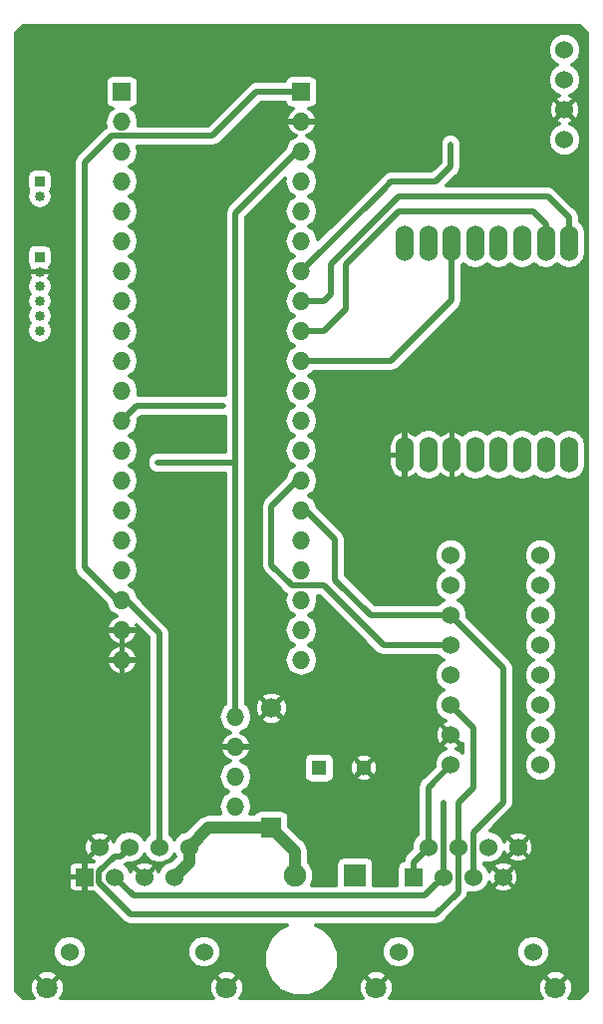
<source format=gbl>
G04 #@! TF.FileFunction,Copper,L2,Bot,Signal*
%FSLAX46Y46*%
G04 Gerber Fmt 4.6, Leading zero omitted, Abs format (unit mm)*
G04 Created by KiCad (PCBNEW 4.0.5+dfsg1-4) date Sat Sep 16 12:05:32 2017*
%MOMM*%
%LPD*%
G01*
G04 APERTURE LIST*
%ADD10C,0.100000*%
%ADD11O,1.524000X1.524000*%
%ADD12R,1.524000X1.524000*%
%ADD13O,1.524000X3.048000*%
%ADD14R,0.850000X0.850000*%
%ADD15O,0.850000X0.850000*%
%ADD16R,1.300000X1.300000*%
%ADD17C,1.300000*%
%ADD18C,1.524000*%
%ADD19R,1.905000X1.905000*%
%ADD20C,1.905000*%
%ADD21C,1.699260*%
%ADD22R,1.699260X1.699260*%
%ADD23C,1.800000*%
%ADD24C,0.500000*%
%ADD25C,0.500000*%
%ADD26C,1.000000*%
%ADD27C,0.300000*%
G04 APERTURE END LIST*
D10*
D11*
X150097000Y-139746000D03*
X150097000Y-137206000D03*
X150097000Y-134666000D03*
X150097000Y-132126000D03*
D12*
X140445000Y-79040000D03*
D11*
X140445000Y-81580000D03*
X140445000Y-84120000D03*
X140445000Y-86660000D03*
X140445000Y-89200000D03*
X140445000Y-91740000D03*
X140445000Y-94280000D03*
X140445000Y-96820000D03*
X140445000Y-99360000D03*
X140445000Y-101900000D03*
X140445000Y-104440000D03*
X140445000Y-106980000D03*
X140445000Y-109520000D03*
X140445000Y-112060000D03*
X140445000Y-114600000D03*
X140445000Y-117140000D03*
X140445000Y-119680000D03*
X140445000Y-122220000D03*
X140445000Y-124760000D03*
X140445000Y-127300000D03*
D12*
X155685000Y-79040000D03*
D11*
X155685000Y-81580000D03*
X155685000Y-84120000D03*
X155685000Y-86660000D03*
X155685000Y-89200000D03*
X155685000Y-91740000D03*
X155685000Y-94280000D03*
X155685000Y-96820000D03*
X155685000Y-99360000D03*
X155685000Y-101900000D03*
X155685000Y-104440000D03*
X155685000Y-106980000D03*
X155685000Y-109520000D03*
X155685000Y-112060000D03*
X155685000Y-114600000D03*
X155685000Y-117140000D03*
X155685000Y-119680000D03*
X155685000Y-122220000D03*
X155685000Y-124760000D03*
X155685000Y-127300000D03*
D13*
X164449000Y-91875000D03*
X166449000Y-91875000D03*
X168449000Y-91875000D03*
X170449000Y-91875000D03*
X172449000Y-91875000D03*
X174449000Y-91875000D03*
X176449000Y-91875000D03*
X178449000Y-91875000D03*
X164449000Y-109875000D03*
X166449000Y-109875000D03*
X168449000Y-109875000D03*
X170449000Y-109875000D03*
X172449000Y-109875000D03*
X174449000Y-109875000D03*
X176449000Y-109875000D03*
X178449000Y-109875000D03*
D14*
X133460000Y-86680000D03*
D15*
X133460000Y-87930000D03*
D14*
X133460000Y-93070000D03*
D15*
X133460000Y-94320000D03*
X133460000Y-95570000D03*
X133460000Y-96820000D03*
X133460000Y-98070000D03*
X133460000Y-99320000D03*
D16*
X157209000Y-136444000D03*
D17*
X161009000Y-136444000D03*
D18*
X178037000Y-83104000D03*
X178037000Y-80564000D03*
X178037000Y-78024000D03*
X178037000Y-75484000D03*
D19*
X160257000Y-145588000D03*
D20*
X155177000Y-145588000D03*
D21*
X153142460Y-131363480D03*
D22*
X153142460Y-141523480D03*
D18*
X176005000Y-136190000D03*
X176005000Y-133650000D03*
X176005000Y-131110000D03*
X176005000Y-128570000D03*
X176005000Y-126030000D03*
X176005000Y-123490000D03*
X176005000Y-120950000D03*
X176005000Y-118410000D03*
X168385000Y-118410000D03*
X168385000Y-120950000D03*
X168385000Y-123490000D03*
X168385000Y-126030000D03*
X168385000Y-128570000D03*
X168385000Y-131110000D03*
X168385000Y-133650000D03*
X168385000Y-136190000D03*
X147430000Y-152065000D03*
X136000000Y-152065000D03*
D12*
X137270000Y-145715000D03*
D18*
X138540000Y-143175000D03*
X139810000Y-145715000D03*
X141080000Y-143175000D03*
X142350000Y-145715000D03*
X143620000Y-143175000D03*
X144890000Y-145715000D03*
X146160000Y-143175000D03*
D23*
X134095000Y-155113000D03*
X149335000Y-155113000D03*
D18*
X175370000Y-152065000D03*
X163940000Y-152065000D03*
D12*
X165210000Y-145715000D03*
D18*
X166480000Y-143175000D03*
X167750000Y-145715000D03*
X169020000Y-143175000D03*
X170290000Y-145715000D03*
X171560000Y-143175000D03*
X172830000Y-145715000D03*
X174100000Y-143175000D03*
D23*
X162035000Y-155113000D03*
X177275000Y-155113000D03*
D24*
X143493000Y-110536000D03*
X149081000Y-105710000D03*
X167750000Y-139365000D03*
X168385000Y-83485000D03*
D25*
X148122990Y-82792010D02*
X151875000Y-79040000D01*
X151875000Y-79040000D02*
X155685000Y-79040000D01*
X137270000Y-119426000D02*
X137270000Y-85083980D01*
X137270000Y-85083980D02*
X139561970Y-82792010D01*
X139561970Y-82792010D02*
X148122990Y-82792010D01*
X140445000Y-122220000D02*
X140064000Y-122220000D01*
X140064000Y-122220000D02*
X137270000Y-119426000D01*
X140445000Y-122220000D02*
X140826000Y-122220000D01*
X143620000Y-125014000D02*
X143620000Y-142113534D01*
X140826000Y-122220000D02*
X143620000Y-125014000D01*
X143620000Y-142113534D02*
X143620000Y-143175000D01*
X168385000Y-136190000D02*
X166480000Y-138095000D01*
X166480000Y-138095000D02*
X166480000Y-143175000D01*
X165210000Y-145715000D02*
X165210000Y-144445000D01*
X165210000Y-144445000D02*
X166480000Y-143175000D01*
X150097000Y-132126000D02*
X150097000Y-110536000D01*
X150097000Y-110536000D02*
X150097000Y-105456000D01*
X143493000Y-110536000D02*
X150097000Y-110536000D01*
X150097000Y-105456000D02*
X150097000Y-89327000D01*
X150097000Y-89327000D02*
X155304000Y-84120000D01*
X155304000Y-84120000D02*
X155685000Y-84120000D01*
X149081000Y-105710000D02*
X141715000Y-105710000D01*
X141715000Y-105710000D02*
X140445000Y-106980000D01*
X178449000Y-92375000D02*
X178449000Y-89739000D01*
X157590000Y-96820000D02*
X155685000Y-96820000D01*
X158225000Y-96185000D02*
X157590000Y-96820000D01*
X158225000Y-93645000D02*
X158225000Y-96185000D01*
X163940000Y-87930000D02*
X158225000Y-93645000D01*
X176640000Y-87930000D02*
X163940000Y-87930000D01*
X178449000Y-89739000D02*
X176640000Y-87930000D01*
X176449000Y-92375000D02*
X176449000Y-90279000D01*
X157590000Y-99360000D02*
X155685000Y-99360000D01*
X159495000Y-97455000D02*
X157590000Y-99360000D01*
X159495000Y-93645000D02*
X159495000Y-97455000D01*
X163940000Y-89200000D02*
X159495000Y-93645000D01*
X175370000Y-89200000D02*
X163940000Y-89200000D01*
X176449000Y-90279000D02*
X175370000Y-89200000D01*
X168449000Y-92375000D02*
X168449000Y-96756000D01*
X163305000Y-101900000D02*
X155685000Y-101900000D01*
X168449000Y-96756000D02*
X163305000Y-101900000D01*
D26*
X146160000Y-143175000D02*
X146160000Y-144445000D01*
X146160000Y-144445000D02*
X144890000Y-145715000D01*
X153142460Y-141523480D02*
X147811520Y-141523480D01*
X147811520Y-141523480D02*
X146160000Y-143175000D01*
X155177000Y-145588000D02*
X155177000Y-143558020D01*
X155177000Y-143558020D02*
X153142460Y-141523480D01*
D25*
X157590000Y-120950000D02*
X162670000Y-126030000D01*
X162670000Y-126030000D02*
X168385000Y-126030000D01*
X154859960Y-120950000D02*
X157590000Y-120950000D01*
X153145000Y-114219000D02*
X153145000Y-119235040D01*
X153145000Y-119235040D02*
X154859960Y-120950000D01*
X155685000Y-112060000D02*
X155304000Y-112060000D01*
X155304000Y-112060000D02*
X153145000Y-114219000D01*
X155685000Y-112060000D02*
X156066000Y-112060000D01*
X168385000Y-123490000D02*
X172830000Y-127935000D01*
X172830000Y-127935000D02*
X172830000Y-139365000D01*
X170290000Y-141905000D02*
X170290000Y-145715000D01*
X172830000Y-139365000D02*
X170290000Y-141905000D01*
X155685000Y-114600000D02*
X156066000Y-114600000D01*
X156066000Y-114600000D02*
X158540990Y-117074990D01*
X158540990Y-117074990D02*
X158540990Y-120477953D01*
X158540990Y-120477953D02*
X161553037Y-123490000D01*
X161553037Y-123490000D02*
X167253630Y-123490000D01*
X167253630Y-123490000D02*
X168385000Y-123490000D01*
X167750000Y-139365000D02*
X167750000Y-145715000D01*
X139810000Y-145715000D02*
X141385501Y-147290501D01*
X141385501Y-147290501D02*
X166174499Y-147290501D01*
X166174499Y-147290501D02*
X166999431Y-146465569D01*
X166999431Y-146465569D02*
X167750000Y-145715000D01*
X167115000Y-148890000D02*
X169020000Y-146985000D01*
X169020000Y-146985000D02*
X169020000Y-143175000D01*
X141191238Y-148890000D02*
X167115000Y-148890000D01*
X141080000Y-143175000D02*
X140318001Y-143936999D01*
X138482001Y-146180763D02*
X141191238Y-148890000D01*
X140318001Y-143936999D02*
X139794239Y-143936999D01*
X139794239Y-143936999D02*
X138482001Y-145249237D01*
X138482001Y-145249237D02*
X138482001Y-146180763D01*
X170290000Y-138095000D02*
X170290000Y-133015000D01*
X170290000Y-133015000D02*
X168385000Y-131110000D01*
X169020000Y-139365000D02*
X170290000Y-138095000D01*
X169020000Y-143175000D02*
X169020000Y-139365000D01*
X155685000Y-94280000D02*
X162670000Y-87295000D01*
X168385000Y-85390000D02*
X168385000Y-83485000D01*
X167115000Y-86660000D02*
X168385000Y-85390000D01*
X163305000Y-86660000D02*
X167115000Y-86660000D01*
X162670000Y-87295000D02*
X163305000Y-86660000D01*
D27*
G36*
X179960000Y-74000305D02*
X179960000Y-155399695D01*
X179384696Y-155975000D01*
X178402087Y-155975000D01*
X178499761Y-155941038D01*
X178723409Y-155409311D01*
X178726549Y-154832474D01*
X178508703Y-154298344D01*
X178499761Y-154284962D01*
X178257860Y-154200851D01*
X177345711Y-155113000D01*
X177359853Y-155127142D01*
X177289142Y-155197853D01*
X177275000Y-155183711D01*
X177260858Y-155197853D01*
X177190147Y-155127142D01*
X177204289Y-155113000D01*
X176292140Y-154200851D01*
X176050239Y-154284962D01*
X175826591Y-154816689D01*
X175823451Y-155393526D01*
X176041297Y-155927656D01*
X176050239Y-155941038D01*
X176147913Y-155975000D01*
X163162087Y-155975000D01*
X163259761Y-155941038D01*
X163483409Y-155409311D01*
X163486549Y-154832474D01*
X163268703Y-154298344D01*
X163259761Y-154284962D01*
X163017860Y-154200851D01*
X162105711Y-155113000D01*
X162119853Y-155127142D01*
X162049142Y-155197853D01*
X162035000Y-155183711D01*
X162020858Y-155197853D01*
X161950147Y-155127142D01*
X161964289Y-155113000D01*
X161052140Y-154200851D01*
X160810239Y-154284962D01*
X160586591Y-154816689D01*
X160583451Y-155393526D01*
X160801297Y-155927656D01*
X160810239Y-155941038D01*
X160907913Y-155975000D01*
X150462087Y-155975000D01*
X150559761Y-155941038D01*
X150783409Y-155409311D01*
X150786549Y-154832474D01*
X150568703Y-154298344D01*
X150559761Y-154284962D01*
X150317860Y-154200851D01*
X149405711Y-155113000D01*
X149419853Y-155127142D01*
X149349142Y-155197853D01*
X149335000Y-155183711D01*
X149320858Y-155197853D01*
X149250147Y-155127142D01*
X149264289Y-155113000D01*
X148352140Y-154200851D01*
X148110239Y-154284962D01*
X147886591Y-154816689D01*
X147883451Y-155393526D01*
X148101297Y-155927656D01*
X148110239Y-155941038D01*
X148207913Y-155975000D01*
X135222087Y-155975000D01*
X135319761Y-155941038D01*
X135543409Y-155409311D01*
X135546549Y-154832474D01*
X135328703Y-154298344D01*
X135319761Y-154284962D01*
X135077860Y-154200851D01*
X134165711Y-155113000D01*
X134179853Y-155127142D01*
X134109142Y-155197853D01*
X134095000Y-155183711D01*
X134080858Y-155197853D01*
X134010147Y-155127142D01*
X134024289Y-155113000D01*
X133112140Y-154200851D01*
X132870239Y-154284962D01*
X132646591Y-154816689D01*
X132643451Y-155393526D01*
X132861297Y-155927656D01*
X132870239Y-155941038D01*
X132967913Y-155975000D01*
X131985305Y-155975000D01*
X131451000Y-155440696D01*
X131451000Y-154130140D01*
X133182851Y-154130140D01*
X134095000Y-155042289D01*
X135007149Y-154130140D01*
X148422851Y-154130140D01*
X149335000Y-155042289D01*
X150247149Y-154130140D01*
X150163038Y-153888239D01*
X149631311Y-153664591D01*
X149054474Y-153661451D01*
X148520344Y-153879297D01*
X148506962Y-153888239D01*
X148422851Y-154130140D01*
X135007149Y-154130140D01*
X134923038Y-153888239D01*
X134391311Y-153664591D01*
X133814474Y-153661451D01*
X133280344Y-153879297D01*
X133266962Y-153888239D01*
X133182851Y-154130140D01*
X131451000Y-154130140D01*
X131451000Y-152344632D01*
X134587755Y-152344632D01*
X134802266Y-152863789D01*
X135199122Y-153261338D01*
X135717904Y-153476755D01*
X136279632Y-153477245D01*
X136798789Y-153262734D01*
X137196338Y-152865878D01*
X137411755Y-152347096D01*
X137411757Y-152344632D01*
X146017755Y-152344632D01*
X146232266Y-152863789D01*
X146629122Y-153261338D01*
X147147904Y-153476755D01*
X147709632Y-153477245D01*
X148228789Y-153262734D01*
X148626338Y-152865878D01*
X148841755Y-152347096D01*
X148842245Y-151785368D01*
X148627734Y-151266211D01*
X148230878Y-150868662D01*
X147712096Y-150653245D01*
X147150368Y-150652755D01*
X146631211Y-150867266D01*
X146233662Y-151264122D01*
X146018245Y-151782904D01*
X146017755Y-152344632D01*
X137411757Y-152344632D01*
X137412245Y-151785368D01*
X137197734Y-151266211D01*
X136800878Y-150868662D01*
X136282096Y-150653245D01*
X135720368Y-150652755D01*
X135201211Y-150867266D01*
X134803662Y-151264122D01*
X134588245Y-151782904D01*
X134587755Y-152344632D01*
X131451000Y-152344632D01*
X131451000Y-145902500D01*
X135958000Y-145902500D01*
X135958000Y-146586402D01*
X136041732Y-146788550D01*
X136196450Y-146943267D01*
X136398598Y-147027000D01*
X137082500Y-147027000D01*
X137220000Y-146889500D01*
X137220000Y-145765000D01*
X136095500Y-145765000D01*
X135958000Y-145902500D01*
X131451000Y-145902500D01*
X131451000Y-144843598D01*
X135958000Y-144843598D01*
X135958000Y-145527500D01*
X136095500Y-145665000D01*
X137220000Y-145665000D01*
X137220000Y-144540500D01*
X137082500Y-144403000D01*
X136398598Y-144403000D01*
X136196450Y-144486733D01*
X136041732Y-144641450D01*
X135958000Y-144843598D01*
X131451000Y-144843598D01*
X131451000Y-143433501D01*
X137227511Y-143433501D01*
X137426342Y-143916092D01*
X137429142Y-143920282D01*
X137656709Y-143987580D01*
X138469289Y-143175000D01*
X137656709Y-142362420D01*
X137429142Y-142429718D01*
X137228494Y-142911556D01*
X137227511Y-143433501D01*
X131451000Y-143433501D01*
X131451000Y-142291709D01*
X137727420Y-142291709D01*
X138540000Y-143104289D01*
X139352580Y-142291709D01*
X139285282Y-142064142D01*
X138803444Y-141863494D01*
X138281499Y-141862511D01*
X137798908Y-142061342D01*
X137794718Y-142064142D01*
X137727420Y-142291709D01*
X131451000Y-142291709D01*
X131451000Y-127554477D01*
X139157916Y-127554477D01*
X139158501Y-127557441D01*
X139354948Y-128030166D01*
X139717346Y-128391730D01*
X140190522Y-128587088D01*
X140395000Y-128473551D01*
X140395000Y-127350000D01*
X140495000Y-127350000D01*
X140495000Y-128473551D01*
X140699478Y-128587088D01*
X141172654Y-128391730D01*
X141535052Y-128030166D01*
X141731499Y-127557441D01*
X141732084Y-127554477D01*
X141618435Y-127350000D01*
X140495000Y-127350000D01*
X140395000Y-127350000D01*
X139271565Y-127350000D01*
X139157916Y-127554477D01*
X131451000Y-127554477D01*
X131451000Y-125014477D01*
X139157916Y-125014477D01*
X139158501Y-125017441D01*
X139354948Y-125490166D01*
X139717346Y-125851730D01*
X140149133Y-126030000D01*
X139717346Y-126208270D01*
X139354948Y-126569834D01*
X139158501Y-127042559D01*
X139157916Y-127045523D01*
X139271565Y-127250000D01*
X140395000Y-127250000D01*
X140395000Y-126126449D01*
X140221297Y-126030000D01*
X140395000Y-125933551D01*
X140395000Y-124810000D01*
X140495000Y-124810000D01*
X140495000Y-125933551D01*
X140668703Y-126030000D01*
X140495000Y-126126449D01*
X140495000Y-127250000D01*
X141618435Y-127250000D01*
X141732084Y-127045523D01*
X141731499Y-127042559D01*
X141535052Y-126569834D01*
X141172654Y-126208270D01*
X140740867Y-126030000D01*
X141172654Y-125851730D01*
X141535052Y-125490166D01*
X141731499Y-125017441D01*
X141732084Y-125014477D01*
X141618435Y-124810000D01*
X140495000Y-124810000D01*
X140395000Y-124810000D01*
X139271565Y-124810000D01*
X139157916Y-125014477D01*
X131451000Y-125014477D01*
X131451000Y-95548940D01*
X132385000Y-95548940D01*
X132385000Y-95591060D01*
X132466830Y-96002445D01*
X132595491Y-96195000D01*
X132466830Y-96387555D01*
X132385000Y-96798940D01*
X132385000Y-96841060D01*
X132466830Y-97252445D01*
X132595491Y-97445000D01*
X132466830Y-97637555D01*
X132385000Y-98048940D01*
X132385000Y-98091060D01*
X132466830Y-98502445D01*
X132595491Y-98695000D01*
X132466830Y-98887555D01*
X132385000Y-99298940D01*
X132385000Y-99341060D01*
X132466830Y-99752445D01*
X132699860Y-100101200D01*
X133048615Y-100334230D01*
X133460000Y-100416060D01*
X133871385Y-100334230D01*
X134220140Y-100101200D01*
X134453170Y-99752445D01*
X134535000Y-99341060D01*
X134535000Y-99298940D01*
X134453170Y-98887555D01*
X134324509Y-98695000D01*
X134453170Y-98502445D01*
X134535000Y-98091060D01*
X134535000Y-98048940D01*
X134453170Y-97637555D01*
X134324509Y-97445000D01*
X134453170Y-97252445D01*
X134535000Y-96841060D01*
X134535000Y-96798940D01*
X134453170Y-96387555D01*
X134324509Y-96195000D01*
X134453170Y-96002445D01*
X134535000Y-95591060D01*
X134535000Y-95548940D01*
X134453170Y-95137555D01*
X134268494Y-94861167D01*
X134413913Y-94521708D01*
X134296223Y-94370000D01*
X133510000Y-94370000D01*
X133510000Y-94390000D01*
X133410000Y-94390000D01*
X133410000Y-94370000D01*
X132623777Y-94370000D01*
X132506087Y-94521708D01*
X132651506Y-94861167D01*
X132466830Y-95137555D01*
X132385000Y-95548940D01*
X131451000Y-95548940D01*
X131451000Y-92645000D01*
X132372266Y-92645000D01*
X132372266Y-93495000D01*
X132417590Y-93735876D01*
X132559947Y-93957105D01*
X132571698Y-93965134D01*
X132506087Y-94118292D01*
X132623777Y-94270000D01*
X133410000Y-94270000D01*
X133410000Y-94250000D01*
X133510000Y-94250000D01*
X133510000Y-94270000D01*
X134296223Y-94270000D01*
X134413913Y-94118292D01*
X134349136Y-93967080D01*
X134495520Y-93752841D01*
X134547734Y-93495000D01*
X134547734Y-92645000D01*
X134502410Y-92404124D01*
X134360053Y-92182895D01*
X134142841Y-92034480D01*
X133885000Y-91982266D01*
X133035000Y-91982266D01*
X132794124Y-92027590D01*
X132572895Y-92169947D01*
X132424480Y-92387159D01*
X132372266Y-92645000D01*
X131451000Y-92645000D01*
X131451000Y-86255000D01*
X132372266Y-86255000D01*
X132372266Y-87105000D01*
X132417590Y-87345876D01*
X132491467Y-87460684D01*
X132466830Y-87497555D01*
X132385000Y-87908940D01*
X132385000Y-87951060D01*
X132466830Y-88362445D01*
X132699860Y-88711200D01*
X133048615Y-88944230D01*
X133460000Y-89026060D01*
X133871385Y-88944230D01*
X134220140Y-88711200D01*
X134453170Y-88362445D01*
X134535000Y-87951060D01*
X134535000Y-87908940D01*
X134453170Y-87497555D01*
X134428599Y-87460782D01*
X134495520Y-87362841D01*
X134547734Y-87105000D01*
X134547734Y-86255000D01*
X134502410Y-86014124D01*
X134360053Y-85792895D01*
X134142841Y-85644480D01*
X133885000Y-85592266D01*
X133035000Y-85592266D01*
X132794124Y-85637590D01*
X132572895Y-85779947D01*
X132424480Y-85997159D01*
X132372266Y-86255000D01*
X131451000Y-86255000D01*
X131451000Y-85083980D01*
X136370000Y-85083980D01*
X136370000Y-119426000D01*
X136438508Y-119770415D01*
X136633604Y-120062396D01*
X139058506Y-122487298D01*
X139112819Y-122760349D01*
X139418902Y-123218435D01*
X139876988Y-123524518D01*
X140004226Y-123549827D01*
X139717346Y-123668270D01*
X139354948Y-124029834D01*
X139158501Y-124502559D01*
X139157916Y-124505523D01*
X139271565Y-124710000D01*
X140395000Y-124710000D01*
X140395000Y-124690000D01*
X140495000Y-124690000D01*
X140495000Y-124710000D01*
X141618435Y-124710000D01*
X141732084Y-124505523D01*
X141731499Y-124502559D01*
X141657359Y-124324151D01*
X142720000Y-125386792D01*
X142720000Y-142078301D01*
X142423662Y-142374122D01*
X142350085Y-142551315D01*
X142277734Y-142376211D01*
X141880878Y-141978662D01*
X141362096Y-141763245D01*
X140800368Y-141762755D01*
X140281211Y-141977266D01*
X139883662Y-142374122D01*
X139755847Y-142681935D01*
X139653658Y-142433908D01*
X139650858Y-142429718D01*
X139423291Y-142362420D01*
X138610711Y-143175000D01*
X138624853Y-143189142D01*
X138554142Y-143259853D01*
X138540000Y-143245711D01*
X137727420Y-144058291D01*
X137794718Y-144285858D01*
X138061496Y-144396950D01*
X138055446Y-144403000D01*
X137457500Y-144403000D01*
X137320000Y-144540500D01*
X137320000Y-145665000D01*
X137340000Y-145665000D01*
X137340000Y-145765000D01*
X137320000Y-145765000D01*
X137320000Y-146889500D01*
X137457500Y-147027000D01*
X138055446Y-147027000D01*
X140554842Y-149526396D01*
X140846823Y-149721492D01*
X141191238Y-149790000D01*
X154479011Y-149790000D01*
X153902999Y-150028003D01*
X153016117Y-150913339D01*
X152535548Y-152070677D01*
X152534455Y-153323825D01*
X153013003Y-154482001D01*
X153898339Y-155368883D01*
X155055677Y-155849452D01*
X156308825Y-155850545D01*
X157467001Y-155371997D01*
X158353883Y-154486661D01*
X158501923Y-154130140D01*
X161122851Y-154130140D01*
X162035000Y-155042289D01*
X162947149Y-154130140D01*
X176362851Y-154130140D01*
X177275000Y-155042289D01*
X178187149Y-154130140D01*
X178103038Y-153888239D01*
X177571311Y-153664591D01*
X176994474Y-153661451D01*
X176460344Y-153879297D01*
X176446962Y-153888239D01*
X176362851Y-154130140D01*
X162947149Y-154130140D01*
X162863038Y-153888239D01*
X162331311Y-153664591D01*
X161754474Y-153661451D01*
X161220344Y-153879297D01*
X161206962Y-153888239D01*
X161122851Y-154130140D01*
X158501923Y-154130140D01*
X158834452Y-153329323D01*
X158835310Y-152344632D01*
X162527755Y-152344632D01*
X162742266Y-152863789D01*
X163139122Y-153261338D01*
X163657904Y-153476755D01*
X164219632Y-153477245D01*
X164738789Y-153262734D01*
X165136338Y-152865878D01*
X165351755Y-152347096D01*
X165351757Y-152344632D01*
X173957755Y-152344632D01*
X174172266Y-152863789D01*
X174569122Y-153261338D01*
X175087904Y-153476755D01*
X175649632Y-153477245D01*
X176168789Y-153262734D01*
X176566338Y-152865878D01*
X176781755Y-152347096D01*
X176782245Y-151785368D01*
X176567734Y-151266211D01*
X176170878Y-150868662D01*
X175652096Y-150653245D01*
X175090368Y-150652755D01*
X174571211Y-150867266D01*
X174173662Y-151264122D01*
X173958245Y-151782904D01*
X173957755Y-152344632D01*
X165351757Y-152344632D01*
X165352245Y-151785368D01*
X165137734Y-151266211D01*
X164740878Y-150868662D01*
X164222096Y-150653245D01*
X163660368Y-150652755D01*
X163141211Y-150867266D01*
X162743662Y-151264122D01*
X162528245Y-151782904D01*
X162527755Y-152344632D01*
X158835310Y-152344632D01*
X158835545Y-152076175D01*
X158356997Y-150917999D01*
X157471661Y-150031117D01*
X156890987Y-149790000D01*
X167115000Y-149790000D01*
X167459415Y-149721492D01*
X167751396Y-149526396D01*
X169656396Y-147621396D01*
X169851492Y-147329415D01*
X169900661Y-147082224D01*
X170007904Y-147126755D01*
X170569632Y-147127245D01*
X171088789Y-146912734D01*
X171403781Y-146598291D01*
X172017420Y-146598291D01*
X172084718Y-146825858D01*
X172566556Y-147026506D01*
X173088501Y-147027489D01*
X173571092Y-146828658D01*
X173575282Y-146825858D01*
X173642580Y-146598291D01*
X172830000Y-145785711D01*
X172017420Y-146598291D01*
X171403781Y-146598291D01*
X171486338Y-146515878D01*
X171614153Y-146208065D01*
X171716342Y-146456092D01*
X171719142Y-146460282D01*
X171946709Y-146527580D01*
X172759289Y-145715000D01*
X172900711Y-145715000D01*
X173713291Y-146527580D01*
X173940858Y-146460282D01*
X174141506Y-145978444D01*
X174142489Y-145456499D01*
X173943658Y-144973908D01*
X173940858Y-144969718D01*
X173713291Y-144902420D01*
X172900711Y-145715000D01*
X172759289Y-145715000D01*
X171946709Y-144902420D01*
X171719142Y-144969718D01*
X171614085Y-145222004D01*
X171487734Y-144916211D01*
X171403380Y-144831709D01*
X172017420Y-144831709D01*
X172830000Y-145644289D01*
X173642580Y-144831709D01*
X173575282Y-144604142D01*
X173093444Y-144403494D01*
X172571499Y-144402511D01*
X172088908Y-144601342D01*
X172084718Y-144604142D01*
X172017420Y-144831709D01*
X171403380Y-144831709D01*
X171190000Y-144617957D01*
X171190000Y-144550254D01*
X171277904Y-144586755D01*
X171839632Y-144587245D01*
X172358789Y-144372734D01*
X172673781Y-144058291D01*
X173287420Y-144058291D01*
X173354718Y-144285858D01*
X173836556Y-144486506D01*
X174358501Y-144487489D01*
X174841092Y-144288658D01*
X174845282Y-144285858D01*
X174912580Y-144058291D01*
X174100000Y-143245711D01*
X173287420Y-144058291D01*
X172673781Y-144058291D01*
X172756338Y-143975878D01*
X172884153Y-143668065D01*
X172986342Y-143916092D01*
X172989142Y-143920282D01*
X173216709Y-143987580D01*
X174029289Y-143175000D01*
X174170711Y-143175000D01*
X174983291Y-143987580D01*
X175210858Y-143920282D01*
X175411506Y-143438444D01*
X175412489Y-142916499D01*
X175213658Y-142433908D01*
X175210858Y-142429718D01*
X174983291Y-142362420D01*
X174170711Y-143175000D01*
X174029289Y-143175000D01*
X173216709Y-142362420D01*
X172989142Y-142429718D01*
X172884085Y-142682004D01*
X172757734Y-142376211D01*
X172673380Y-142291709D01*
X173287420Y-142291709D01*
X174100000Y-143104289D01*
X174912580Y-142291709D01*
X174845282Y-142064142D01*
X174363444Y-141863494D01*
X173841499Y-141862511D01*
X173358908Y-142061342D01*
X173354718Y-142064142D01*
X173287420Y-142291709D01*
X172673380Y-142291709D01*
X172360878Y-141978662D01*
X171842096Y-141763245D01*
X171704667Y-141763125D01*
X173466396Y-140001396D01*
X173551424Y-139874143D01*
X173661492Y-139709415D01*
X173730000Y-139365000D01*
X173730000Y-127935000D01*
X173661492Y-127590585D01*
X173661492Y-127590584D01*
X173466396Y-127298604D01*
X169796880Y-123629088D01*
X169797245Y-123210368D01*
X169582734Y-122691211D01*
X169185878Y-122293662D01*
X169008685Y-122220085D01*
X169183789Y-122147734D01*
X169581338Y-121750878D01*
X169796755Y-121232096D01*
X169797245Y-120670368D01*
X169582734Y-120151211D01*
X169185878Y-119753662D01*
X169008685Y-119680085D01*
X169183789Y-119607734D01*
X169581338Y-119210878D01*
X169796755Y-118692096D01*
X169796757Y-118689632D01*
X174592755Y-118689632D01*
X174807266Y-119208789D01*
X175204122Y-119606338D01*
X175381315Y-119679915D01*
X175206211Y-119752266D01*
X174808662Y-120149122D01*
X174593245Y-120667904D01*
X174592755Y-121229632D01*
X174807266Y-121748789D01*
X175204122Y-122146338D01*
X175381315Y-122219915D01*
X175206211Y-122292266D01*
X174808662Y-122689122D01*
X174593245Y-123207904D01*
X174592755Y-123769632D01*
X174807266Y-124288789D01*
X175204122Y-124686338D01*
X175381315Y-124759915D01*
X175206211Y-124832266D01*
X174808662Y-125229122D01*
X174593245Y-125747904D01*
X174592755Y-126309632D01*
X174807266Y-126828789D01*
X175204122Y-127226338D01*
X175381315Y-127299915D01*
X175206211Y-127372266D01*
X174808662Y-127769122D01*
X174593245Y-128287904D01*
X174592755Y-128849632D01*
X174807266Y-129368789D01*
X175204122Y-129766338D01*
X175381315Y-129839915D01*
X175206211Y-129912266D01*
X174808662Y-130309122D01*
X174593245Y-130827904D01*
X174592755Y-131389632D01*
X174807266Y-131908789D01*
X175204122Y-132306338D01*
X175381315Y-132379915D01*
X175206211Y-132452266D01*
X174808662Y-132849122D01*
X174593245Y-133367904D01*
X174592755Y-133929632D01*
X174807266Y-134448789D01*
X175204122Y-134846338D01*
X175381315Y-134919915D01*
X175206211Y-134992266D01*
X174808662Y-135389122D01*
X174593245Y-135907904D01*
X174592755Y-136469632D01*
X174807266Y-136988789D01*
X175204122Y-137386338D01*
X175722904Y-137601755D01*
X176284632Y-137602245D01*
X176803789Y-137387734D01*
X177201338Y-136990878D01*
X177416755Y-136472096D01*
X177417245Y-135910368D01*
X177202734Y-135391211D01*
X176805878Y-134993662D01*
X176628685Y-134920085D01*
X176803789Y-134847734D01*
X177201338Y-134450878D01*
X177416755Y-133932096D01*
X177417245Y-133370368D01*
X177202734Y-132851211D01*
X176805878Y-132453662D01*
X176628685Y-132380085D01*
X176803789Y-132307734D01*
X177201338Y-131910878D01*
X177416755Y-131392096D01*
X177417245Y-130830368D01*
X177202734Y-130311211D01*
X176805878Y-129913662D01*
X176628685Y-129840085D01*
X176803789Y-129767734D01*
X177201338Y-129370878D01*
X177416755Y-128852096D01*
X177417245Y-128290368D01*
X177202734Y-127771211D01*
X176805878Y-127373662D01*
X176628685Y-127300085D01*
X176803789Y-127227734D01*
X177201338Y-126830878D01*
X177416755Y-126312096D01*
X177417245Y-125750368D01*
X177202734Y-125231211D01*
X176805878Y-124833662D01*
X176628685Y-124760085D01*
X176803789Y-124687734D01*
X177201338Y-124290878D01*
X177416755Y-123772096D01*
X177417245Y-123210368D01*
X177202734Y-122691211D01*
X176805878Y-122293662D01*
X176628685Y-122220085D01*
X176803789Y-122147734D01*
X177201338Y-121750878D01*
X177416755Y-121232096D01*
X177417245Y-120670368D01*
X177202734Y-120151211D01*
X176805878Y-119753662D01*
X176628685Y-119680085D01*
X176803789Y-119607734D01*
X177201338Y-119210878D01*
X177416755Y-118692096D01*
X177417245Y-118130368D01*
X177202734Y-117611211D01*
X176805878Y-117213662D01*
X176287096Y-116998245D01*
X175725368Y-116997755D01*
X175206211Y-117212266D01*
X174808662Y-117609122D01*
X174593245Y-118127904D01*
X174592755Y-118689632D01*
X169796757Y-118689632D01*
X169797245Y-118130368D01*
X169582734Y-117611211D01*
X169185878Y-117213662D01*
X168667096Y-116998245D01*
X168105368Y-116997755D01*
X167586211Y-117212266D01*
X167188662Y-117609122D01*
X166973245Y-118127904D01*
X166972755Y-118689632D01*
X167187266Y-119208789D01*
X167584122Y-119606338D01*
X167761315Y-119679915D01*
X167586211Y-119752266D01*
X167188662Y-120149122D01*
X166973245Y-120667904D01*
X166972755Y-121229632D01*
X167187266Y-121748789D01*
X167584122Y-122146338D01*
X167761315Y-122219915D01*
X167586211Y-122292266D01*
X167287957Y-122590000D01*
X161925829Y-122590000D01*
X159440990Y-120105161D01*
X159440990Y-117074990D01*
X159372482Y-116730575D01*
X159372482Y-116730574D01*
X159177386Y-116438594D01*
X157071494Y-114332702D01*
X157017181Y-114059651D01*
X156711098Y-113601565D01*
X156304672Y-113330000D01*
X156711098Y-113058435D01*
X157017181Y-112600349D01*
X157124663Y-112060000D01*
X157017181Y-111519651D01*
X156711098Y-111061565D01*
X156304672Y-110790000D01*
X156711098Y-110518435D01*
X157017181Y-110060349D01*
X157044103Y-109925000D01*
X163137000Y-109925000D01*
X163137000Y-110687000D01*
X163256004Y-111185275D01*
X163556631Y-111600080D01*
X163993113Y-111868265D01*
X164194523Y-111924084D01*
X164399000Y-111810435D01*
X164399000Y-109925000D01*
X163137000Y-109925000D01*
X157044103Y-109925000D01*
X157124663Y-109520000D01*
X157033761Y-109063000D01*
X163137000Y-109063000D01*
X163137000Y-109825000D01*
X164399000Y-109825000D01*
X164399000Y-107939565D01*
X164499000Y-107939565D01*
X164499000Y-109825000D01*
X164519000Y-109825000D01*
X164519000Y-109925000D01*
X164499000Y-109925000D01*
X164499000Y-111810435D01*
X164703477Y-111924084D01*
X164904887Y-111868265D01*
X165341369Y-111600080D01*
X165371086Y-111559077D01*
X165450565Y-111678026D01*
X165908651Y-111984109D01*
X166449000Y-112091591D01*
X166989349Y-111984109D01*
X167447435Y-111678026D01*
X167526914Y-111559077D01*
X167556631Y-111600080D01*
X167993113Y-111868265D01*
X168194523Y-111924084D01*
X168399000Y-111810435D01*
X168399000Y-109925000D01*
X168379000Y-109925000D01*
X168379000Y-109825000D01*
X168399000Y-109825000D01*
X168399000Y-107939565D01*
X168499000Y-107939565D01*
X168499000Y-109825000D01*
X168519000Y-109825000D01*
X168519000Y-109925000D01*
X168499000Y-109925000D01*
X168499000Y-111810435D01*
X168703477Y-111924084D01*
X168904887Y-111868265D01*
X169341369Y-111600080D01*
X169371086Y-111559077D01*
X169450565Y-111678026D01*
X169908651Y-111984109D01*
X170449000Y-112091591D01*
X170989349Y-111984109D01*
X171447435Y-111678026D01*
X171449000Y-111675684D01*
X171450565Y-111678026D01*
X171908651Y-111984109D01*
X172449000Y-112091591D01*
X172989349Y-111984109D01*
X173447435Y-111678026D01*
X173449000Y-111675684D01*
X173450565Y-111678026D01*
X173908651Y-111984109D01*
X174449000Y-112091591D01*
X174989349Y-111984109D01*
X175447435Y-111678026D01*
X175449000Y-111675684D01*
X175450565Y-111678026D01*
X175908651Y-111984109D01*
X176449000Y-112091591D01*
X176989349Y-111984109D01*
X177447435Y-111678026D01*
X177449000Y-111675684D01*
X177450565Y-111678026D01*
X177908651Y-111984109D01*
X178449000Y-112091591D01*
X178989349Y-111984109D01*
X179447435Y-111678026D01*
X179753518Y-111219940D01*
X179861000Y-110679591D01*
X179861000Y-109070409D01*
X179753518Y-108530060D01*
X179447435Y-108071974D01*
X178989349Y-107765891D01*
X178449000Y-107658409D01*
X177908651Y-107765891D01*
X177450565Y-108071974D01*
X177449000Y-108074316D01*
X177447435Y-108071974D01*
X176989349Y-107765891D01*
X176449000Y-107658409D01*
X175908651Y-107765891D01*
X175450565Y-108071974D01*
X175449000Y-108074316D01*
X175447435Y-108071974D01*
X174989349Y-107765891D01*
X174449000Y-107658409D01*
X173908651Y-107765891D01*
X173450565Y-108071974D01*
X173449000Y-108074316D01*
X173447435Y-108071974D01*
X172989349Y-107765891D01*
X172449000Y-107658409D01*
X171908651Y-107765891D01*
X171450565Y-108071974D01*
X171449000Y-108074316D01*
X171447435Y-108071974D01*
X170989349Y-107765891D01*
X170449000Y-107658409D01*
X169908651Y-107765891D01*
X169450565Y-108071974D01*
X169371086Y-108190923D01*
X169341369Y-108149920D01*
X168904887Y-107881735D01*
X168703477Y-107825916D01*
X168499000Y-107939565D01*
X168399000Y-107939565D01*
X168194523Y-107825916D01*
X167993113Y-107881735D01*
X167556631Y-108149920D01*
X167526914Y-108190923D01*
X167447435Y-108071974D01*
X166989349Y-107765891D01*
X166449000Y-107658409D01*
X165908651Y-107765891D01*
X165450565Y-108071974D01*
X165371086Y-108190923D01*
X165341369Y-108149920D01*
X164904887Y-107881735D01*
X164703477Y-107825916D01*
X164499000Y-107939565D01*
X164399000Y-107939565D01*
X164194523Y-107825916D01*
X163993113Y-107881735D01*
X163556631Y-108149920D01*
X163256004Y-108564725D01*
X163137000Y-109063000D01*
X157033761Y-109063000D01*
X157017181Y-108979651D01*
X156711098Y-108521565D01*
X156304672Y-108250000D01*
X156711098Y-107978435D01*
X157017181Y-107520349D01*
X157124663Y-106980000D01*
X157017181Y-106439651D01*
X156711098Y-105981565D01*
X156304672Y-105710000D01*
X156711098Y-105438435D01*
X157017181Y-104980349D01*
X157124663Y-104440000D01*
X157017181Y-103899651D01*
X156711098Y-103441565D01*
X156304672Y-103170000D01*
X156711098Y-102898435D01*
X156776870Y-102800000D01*
X163305000Y-102800000D01*
X163649415Y-102731492D01*
X163941396Y-102536396D01*
X169085396Y-97392396D01*
X169280492Y-97100415D01*
X169349000Y-96756000D01*
X169349000Y-93743798D01*
X169447435Y-93678026D01*
X169449000Y-93675684D01*
X169450565Y-93678026D01*
X169908651Y-93984109D01*
X170449000Y-94091591D01*
X170989349Y-93984109D01*
X171447435Y-93678026D01*
X171449000Y-93675684D01*
X171450565Y-93678026D01*
X171908651Y-93984109D01*
X172449000Y-94091591D01*
X172989349Y-93984109D01*
X173447435Y-93678026D01*
X173449000Y-93675684D01*
X173450565Y-93678026D01*
X173908651Y-93984109D01*
X174449000Y-94091591D01*
X174989349Y-93984109D01*
X175447435Y-93678026D01*
X175449000Y-93675684D01*
X175450565Y-93678026D01*
X175908651Y-93984109D01*
X176449000Y-94091591D01*
X176989349Y-93984109D01*
X177447435Y-93678026D01*
X177449000Y-93675684D01*
X177450565Y-93678026D01*
X177908651Y-93984109D01*
X178449000Y-94091591D01*
X178989349Y-93984109D01*
X179447435Y-93678026D01*
X179753518Y-93219940D01*
X179861000Y-92679591D01*
X179861000Y-91070409D01*
X179753518Y-90530060D01*
X179447435Y-90071974D01*
X179349000Y-90006202D01*
X179349000Y-89739000D01*
X179280492Y-89394585D01*
X179280492Y-89394584D01*
X179085396Y-89102604D01*
X177276396Y-87293604D01*
X176984415Y-87098508D01*
X176640000Y-87030000D01*
X168017792Y-87030000D01*
X169021396Y-86026396D01*
X169216492Y-85734416D01*
X169285000Y-85390000D01*
X169285000Y-83485000D01*
X169285088Y-83383632D01*
X176624755Y-83383632D01*
X176839266Y-83902789D01*
X177236122Y-84300338D01*
X177754904Y-84515755D01*
X178316632Y-84516245D01*
X178835789Y-84301734D01*
X179233338Y-83904878D01*
X179448755Y-83386096D01*
X179449245Y-82824368D01*
X179234734Y-82305211D01*
X178837878Y-81907662D01*
X178530065Y-81779847D01*
X178778092Y-81677658D01*
X178782282Y-81674858D01*
X178849580Y-81447291D01*
X178037000Y-80634711D01*
X177224420Y-81447291D01*
X177291718Y-81674858D01*
X177544004Y-81779915D01*
X177238211Y-81906266D01*
X176840662Y-82303122D01*
X176625245Y-82821904D01*
X176624755Y-83383632D01*
X169285088Y-83383632D01*
X169285156Y-83306764D01*
X169148428Y-82975857D01*
X168895475Y-82722462D01*
X168729416Y-82653509D01*
X168729415Y-82653508D01*
X168729414Y-82653508D01*
X168564806Y-82585157D01*
X168206764Y-82584844D01*
X167875857Y-82721572D01*
X167622462Y-82974525D01*
X167485157Y-83305194D01*
X167484844Y-83663236D01*
X167485000Y-83663614D01*
X167485000Y-85017208D01*
X166742208Y-85760000D01*
X163305000Y-85760000D01*
X162960585Y-85828508D01*
X162668604Y-86023604D01*
X157096051Y-91596157D01*
X157017181Y-91199651D01*
X156711098Y-90741565D01*
X156304672Y-90470000D01*
X156711098Y-90198435D01*
X157017181Y-89740349D01*
X157124663Y-89200000D01*
X157017181Y-88659651D01*
X156711098Y-88201565D01*
X156304672Y-87930000D01*
X156711098Y-87658435D01*
X157017181Y-87200349D01*
X157124663Y-86660000D01*
X157017181Y-86119651D01*
X156711098Y-85661565D01*
X156304672Y-85390000D01*
X156711098Y-85118435D01*
X157017181Y-84660349D01*
X157124663Y-84120000D01*
X157017181Y-83579651D01*
X156711098Y-83121565D01*
X156253012Y-82815482D01*
X156125774Y-82790173D01*
X156412654Y-82671730D01*
X156775052Y-82310166D01*
X156971499Y-81837441D01*
X156972084Y-81834477D01*
X156858435Y-81630000D01*
X155735000Y-81630000D01*
X155735000Y-81650000D01*
X155635000Y-81650000D01*
X155635000Y-81630000D01*
X154511565Y-81630000D01*
X154397916Y-81834477D01*
X154398501Y-81837441D01*
X154594948Y-82310166D01*
X154957346Y-82671730D01*
X155244226Y-82790173D01*
X155116988Y-82815482D01*
X154658902Y-83121565D01*
X154352819Y-83579651D01*
X154298506Y-83852702D01*
X149460604Y-88690604D01*
X149265508Y-88982585D01*
X149197000Y-89327000D01*
X149197000Y-104810101D01*
X148902764Y-104809844D01*
X148902386Y-104810000D01*
X141811065Y-104810000D01*
X141884663Y-104440000D01*
X141777181Y-103899651D01*
X141471098Y-103441565D01*
X141064672Y-103170000D01*
X141471098Y-102898435D01*
X141777181Y-102440349D01*
X141884663Y-101900000D01*
X141777181Y-101359651D01*
X141471098Y-100901565D01*
X141064672Y-100630000D01*
X141471098Y-100358435D01*
X141777181Y-99900349D01*
X141884663Y-99360000D01*
X141777181Y-98819651D01*
X141471098Y-98361565D01*
X141064672Y-98090000D01*
X141471098Y-97818435D01*
X141777181Y-97360349D01*
X141884663Y-96820000D01*
X141777181Y-96279651D01*
X141471098Y-95821565D01*
X141064672Y-95550000D01*
X141471098Y-95278435D01*
X141777181Y-94820349D01*
X141884663Y-94280000D01*
X141777181Y-93739651D01*
X141471098Y-93281565D01*
X141064672Y-93010000D01*
X141471098Y-92738435D01*
X141777181Y-92280349D01*
X141884663Y-91740000D01*
X141777181Y-91199651D01*
X141471098Y-90741565D01*
X141064672Y-90470000D01*
X141471098Y-90198435D01*
X141777181Y-89740349D01*
X141884663Y-89200000D01*
X141777181Y-88659651D01*
X141471098Y-88201565D01*
X141064672Y-87930000D01*
X141471098Y-87658435D01*
X141777181Y-87200349D01*
X141884663Y-86660000D01*
X141777181Y-86119651D01*
X141471098Y-85661565D01*
X141064672Y-85390000D01*
X141471098Y-85118435D01*
X141777181Y-84660349D01*
X141884663Y-84120000D01*
X141799531Y-83692010D01*
X148122990Y-83692010D01*
X148467405Y-83623502D01*
X148759386Y-83428406D01*
X152247792Y-79940000D01*
X154286233Y-79940000D01*
X154305590Y-80042876D01*
X154447947Y-80264105D01*
X154665159Y-80412520D01*
X154923000Y-80464734D01*
X155014352Y-80464734D01*
X154957346Y-80488270D01*
X154594948Y-80849834D01*
X154398501Y-81322559D01*
X154397916Y-81325523D01*
X154511565Y-81530000D01*
X155635000Y-81530000D01*
X155635000Y-81510000D01*
X155735000Y-81510000D01*
X155735000Y-81530000D01*
X156858435Y-81530000D01*
X156972084Y-81325523D01*
X156971499Y-81322559D01*
X156775052Y-80849834D01*
X156747656Y-80822501D01*
X176724511Y-80822501D01*
X176923342Y-81305092D01*
X176926142Y-81309282D01*
X177153709Y-81376580D01*
X177966289Y-80564000D01*
X178107711Y-80564000D01*
X178920291Y-81376580D01*
X179147858Y-81309282D01*
X179348506Y-80827444D01*
X179349489Y-80305499D01*
X179150658Y-79822908D01*
X179147858Y-79818718D01*
X178920291Y-79751420D01*
X178107711Y-80564000D01*
X177966289Y-80564000D01*
X177153709Y-79751420D01*
X176926142Y-79818718D01*
X176725494Y-80300556D01*
X176724511Y-80822501D01*
X156747656Y-80822501D01*
X156412654Y-80488270D01*
X156355648Y-80464734D01*
X156447000Y-80464734D01*
X156687876Y-80419410D01*
X156909105Y-80277053D01*
X157057520Y-80059841D01*
X157109734Y-79802000D01*
X157109734Y-78278000D01*
X157064410Y-78037124D01*
X156922053Y-77815895D01*
X156704841Y-77667480D01*
X156447000Y-77615266D01*
X154923000Y-77615266D01*
X154682124Y-77660590D01*
X154460895Y-77802947D01*
X154312480Y-78020159D01*
X154288212Y-78140000D01*
X151875000Y-78140000D01*
X151530584Y-78208508D01*
X151238604Y-78403604D01*
X147750198Y-81892010D01*
X141822600Y-81892010D01*
X141884663Y-81580000D01*
X141777181Y-81039651D01*
X141471098Y-80581565D01*
X141276638Y-80451631D01*
X141447876Y-80419410D01*
X141669105Y-80277053D01*
X141817520Y-80059841D01*
X141869734Y-79802000D01*
X141869734Y-78278000D01*
X141824410Y-78037124D01*
X141682053Y-77815895D01*
X141464841Y-77667480D01*
X141207000Y-77615266D01*
X139683000Y-77615266D01*
X139442124Y-77660590D01*
X139220895Y-77802947D01*
X139072480Y-78020159D01*
X139020266Y-78278000D01*
X139020266Y-79802000D01*
X139065590Y-80042876D01*
X139207947Y-80264105D01*
X139425159Y-80412520D01*
X139614510Y-80450864D01*
X139418902Y-80581565D01*
X139112819Y-81039651D01*
X139005337Y-81580000D01*
X139097044Y-82041041D01*
X138925574Y-82155614D01*
X136633604Y-84447584D01*
X136438508Y-84739565D01*
X136370000Y-85083980D01*
X131451000Y-85083980D01*
X131451000Y-75763632D01*
X176624755Y-75763632D01*
X176839266Y-76282789D01*
X177236122Y-76680338D01*
X177413315Y-76753915D01*
X177238211Y-76826266D01*
X176840662Y-77223122D01*
X176625245Y-77741904D01*
X176624755Y-78303632D01*
X176839266Y-78822789D01*
X177236122Y-79220338D01*
X177543935Y-79348153D01*
X177295908Y-79450342D01*
X177291718Y-79453142D01*
X177224420Y-79680709D01*
X178037000Y-80493289D01*
X178849580Y-79680709D01*
X178782282Y-79453142D01*
X178529996Y-79348085D01*
X178835789Y-79221734D01*
X179233338Y-78824878D01*
X179448755Y-78306096D01*
X179449245Y-77744368D01*
X179234734Y-77225211D01*
X178837878Y-76827662D01*
X178660685Y-76754085D01*
X178835789Y-76681734D01*
X179233338Y-76284878D01*
X179448755Y-75766096D01*
X179449245Y-75204368D01*
X179234734Y-74685211D01*
X178837878Y-74287662D01*
X178319096Y-74072245D01*
X177757368Y-74071755D01*
X177238211Y-74286266D01*
X176840662Y-74683122D01*
X176625245Y-75201904D01*
X176624755Y-75763632D01*
X131451000Y-75763632D01*
X131451000Y-74022132D01*
X132048132Y-73425000D01*
X179384696Y-73425000D01*
X179960000Y-74000305D01*
X179960000Y-74000305D01*
G37*
X179960000Y-74000305D02*
X179960000Y-155399695D01*
X179384696Y-155975000D01*
X178402087Y-155975000D01*
X178499761Y-155941038D01*
X178723409Y-155409311D01*
X178726549Y-154832474D01*
X178508703Y-154298344D01*
X178499761Y-154284962D01*
X178257860Y-154200851D01*
X177345711Y-155113000D01*
X177359853Y-155127142D01*
X177289142Y-155197853D01*
X177275000Y-155183711D01*
X177260858Y-155197853D01*
X177190147Y-155127142D01*
X177204289Y-155113000D01*
X176292140Y-154200851D01*
X176050239Y-154284962D01*
X175826591Y-154816689D01*
X175823451Y-155393526D01*
X176041297Y-155927656D01*
X176050239Y-155941038D01*
X176147913Y-155975000D01*
X163162087Y-155975000D01*
X163259761Y-155941038D01*
X163483409Y-155409311D01*
X163486549Y-154832474D01*
X163268703Y-154298344D01*
X163259761Y-154284962D01*
X163017860Y-154200851D01*
X162105711Y-155113000D01*
X162119853Y-155127142D01*
X162049142Y-155197853D01*
X162035000Y-155183711D01*
X162020858Y-155197853D01*
X161950147Y-155127142D01*
X161964289Y-155113000D01*
X161052140Y-154200851D01*
X160810239Y-154284962D01*
X160586591Y-154816689D01*
X160583451Y-155393526D01*
X160801297Y-155927656D01*
X160810239Y-155941038D01*
X160907913Y-155975000D01*
X150462087Y-155975000D01*
X150559761Y-155941038D01*
X150783409Y-155409311D01*
X150786549Y-154832474D01*
X150568703Y-154298344D01*
X150559761Y-154284962D01*
X150317860Y-154200851D01*
X149405711Y-155113000D01*
X149419853Y-155127142D01*
X149349142Y-155197853D01*
X149335000Y-155183711D01*
X149320858Y-155197853D01*
X149250147Y-155127142D01*
X149264289Y-155113000D01*
X148352140Y-154200851D01*
X148110239Y-154284962D01*
X147886591Y-154816689D01*
X147883451Y-155393526D01*
X148101297Y-155927656D01*
X148110239Y-155941038D01*
X148207913Y-155975000D01*
X135222087Y-155975000D01*
X135319761Y-155941038D01*
X135543409Y-155409311D01*
X135546549Y-154832474D01*
X135328703Y-154298344D01*
X135319761Y-154284962D01*
X135077860Y-154200851D01*
X134165711Y-155113000D01*
X134179853Y-155127142D01*
X134109142Y-155197853D01*
X134095000Y-155183711D01*
X134080858Y-155197853D01*
X134010147Y-155127142D01*
X134024289Y-155113000D01*
X133112140Y-154200851D01*
X132870239Y-154284962D01*
X132646591Y-154816689D01*
X132643451Y-155393526D01*
X132861297Y-155927656D01*
X132870239Y-155941038D01*
X132967913Y-155975000D01*
X131985305Y-155975000D01*
X131451000Y-155440696D01*
X131451000Y-154130140D01*
X133182851Y-154130140D01*
X134095000Y-155042289D01*
X135007149Y-154130140D01*
X148422851Y-154130140D01*
X149335000Y-155042289D01*
X150247149Y-154130140D01*
X150163038Y-153888239D01*
X149631311Y-153664591D01*
X149054474Y-153661451D01*
X148520344Y-153879297D01*
X148506962Y-153888239D01*
X148422851Y-154130140D01*
X135007149Y-154130140D01*
X134923038Y-153888239D01*
X134391311Y-153664591D01*
X133814474Y-153661451D01*
X133280344Y-153879297D01*
X133266962Y-153888239D01*
X133182851Y-154130140D01*
X131451000Y-154130140D01*
X131451000Y-152344632D01*
X134587755Y-152344632D01*
X134802266Y-152863789D01*
X135199122Y-153261338D01*
X135717904Y-153476755D01*
X136279632Y-153477245D01*
X136798789Y-153262734D01*
X137196338Y-152865878D01*
X137411755Y-152347096D01*
X137411757Y-152344632D01*
X146017755Y-152344632D01*
X146232266Y-152863789D01*
X146629122Y-153261338D01*
X147147904Y-153476755D01*
X147709632Y-153477245D01*
X148228789Y-153262734D01*
X148626338Y-152865878D01*
X148841755Y-152347096D01*
X148842245Y-151785368D01*
X148627734Y-151266211D01*
X148230878Y-150868662D01*
X147712096Y-150653245D01*
X147150368Y-150652755D01*
X146631211Y-150867266D01*
X146233662Y-151264122D01*
X146018245Y-151782904D01*
X146017755Y-152344632D01*
X137411757Y-152344632D01*
X137412245Y-151785368D01*
X137197734Y-151266211D01*
X136800878Y-150868662D01*
X136282096Y-150653245D01*
X135720368Y-150652755D01*
X135201211Y-150867266D01*
X134803662Y-151264122D01*
X134588245Y-151782904D01*
X134587755Y-152344632D01*
X131451000Y-152344632D01*
X131451000Y-145902500D01*
X135958000Y-145902500D01*
X135958000Y-146586402D01*
X136041732Y-146788550D01*
X136196450Y-146943267D01*
X136398598Y-147027000D01*
X137082500Y-147027000D01*
X137220000Y-146889500D01*
X137220000Y-145765000D01*
X136095500Y-145765000D01*
X135958000Y-145902500D01*
X131451000Y-145902500D01*
X131451000Y-144843598D01*
X135958000Y-144843598D01*
X135958000Y-145527500D01*
X136095500Y-145665000D01*
X137220000Y-145665000D01*
X137220000Y-144540500D01*
X137082500Y-144403000D01*
X136398598Y-144403000D01*
X136196450Y-144486733D01*
X136041732Y-144641450D01*
X135958000Y-144843598D01*
X131451000Y-144843598D01*
X131451000Y-143433501D01*
X137227511Y-143433501D01*
X137426342Y-143916092D01*
X137429142Y-143920282D01*
X137656709Y-143987580D01*
X138469289Y-143175000D01*
X137656709Y-142362420D01*
X137429142Y-142429718D01*
X137228494Y-142911556D01*
X137227511Y-143433501D01*
X131451000Y-143433501D01*
X131451000Y-142291709D01*
X137727420Y-142291709D01*
X138540000Y-143104289D01*
X139352580Y-142291709D01*
X139285282Y-142064142D01*
X138803444Y-141863494D01*
X138281499Y-141862511D01*
X137798908Y-142061342D01*
X137794718Y-142064142D01*
X137727420Y-142291709D01*
X131451000Y-142291709D01*
X131451000Y-127554477D01*
X139157916Y-127554477D01*
X139158501Y-127557441D01*
X139354948Y-128030166D01*
X139717346Y-128391730D01*
X140190522Y-128587088D01*
X140395000Y-128473551D01*
X140395000Y-127350000D01*
X140495000Y-127350000D01*
X140495000Y-128473551D01*
X140699478Y-128587088D01*
X141172654Y-128391730D01*
X141535052Y-128030166D01*
X141731499Y-127557441D01*
X141732084Y-127554477D01*
X141618435Y-127350000D01*
X140495000Y-127350000D01*
X140395000Y-127350000D01*
X139271565Y-127350000D01*
X139157916Y-127554477D01*
X131451000Y-127554477D01*
X131451000Y-125014477D01*
X139157916Y-125014477D01*
X139158501Y-125017441D01*
X139354948Y-125490166D01*
X139717346Y-125851730D01*
X140149133Y-126030000D01*
X139717346Y-126208270D01*
X139354948Y-126569834D01*
X139158501Y-127042559D01*
X139157916Y-127045523D01*
X139271565Y-127250000D01*
X140395000Y-127250000D01*
X140395000Y-126126449D01*
X140221297Y-126030000D01*
X140395000Y-125933551D01*
X140395000Y-124810000D01*
X140495000Y-124810000D01*
X140495000Y-125933551D01*
X140668703Y-126030000D01*
X140495000Y-126126449D01*
X140495000Y-127250000D01*
X141618435Y-127250000D01*
X141732084Y-127045523D01*
X141731499Y-127042559D01*
X141535052Y-126569834D01*
X141172654Y-126208270D01*
X140740867Y-126030000D01*
X141172654Y-125851730D01*
X141535052Y-125490166D01*
X141731499Y-125017441D01*
X141732084Y-125014477D01*
X141618435Y-124810000D01*
X140495000Y-124810000D01*
X140395000Y-124810000D01*
X139271565Y-124810000D01*
X139157916Y-125014477D01*
X131451000Y-125014477D01*
X131451000Y-95548940D01*
X132385000Y-95548940D01*
X132385000Y-95591060D01*
X132466830Y-96002445D01*
X132595491Y-96195000D01*
X132466830Y-96387555D01*
X132385000Y-96798940D01*
X132385000Y-96841060D01*
X132466830Y-97252445D01*
X132595491Y-97445000D01*
X132466830Y-97637555D01*
X132385000Y-98048940D01*
X132385000Y-98091060D01*
X132466830Y-98502445D01*
X132595491Y-98695000D01*
X132466830Y-98887555D01*
X132385000Y-99298940D01*
X132385000Y-99341060D01*
X132466830Y-99752445D01*
X132699860Y-100101200D01*
X133048615Y-100334230D01*
X133460000Y-100416060D01*
X133871385Y-100334230D01*
X134220140Y-100101200D01*
X134453170Y-99752445D01*
X134535000Y-99341060D01*
X134535000Y-99298940D01*
X134453170Y-98887555D01*
X134324509Y-98695000D01*
X134453170Y-98502445D01*
X134535000Y-98091060D01*
X134535000Y-98048940D01*
X134453170Y-97637555D01*
X134324509Y-97445000D01*
X134453170Y-97252445D01*
X134535000Y-96841060D01*
X134535000Y-96798940D01*
X134453170Y-96387555D01*
X134324509Y-96195000D01*
X134453170Y-96002445D01*
X134535000Y-95591060D01*
X134535000Y-95548940D01*
X134453170Y-95137555D01*
X134268494Y-94861167D01*
X134413913Y-94521708D01*
X134296223Y-94370000D01*
X133510000Y-94370000D01*
X133510000Y-94390000D01*
X133410000Y-94390000D01*
X133410000Y-94370000D01*
X132623777Y-94370000D01*
X132506087Y-94521708D01*
X132651506Y-94861167D01*
X132466830Y-95137555D01*
X132385000Y-95548940D01*
X131451000Y-95548940D01*
X131451000Y-92645000D01*
X132372266Y-92645000D01*
X132372266Y-93495000D01*
X132417590Y-93735876D01*
X132559947Y-93957105D01*
X132571698Y-93965134D01*
X132506087Y-94118292D01*
X132623777Y-94270000D01*
X133410000Y-94270000D01*
X133410000Y-94250000D01*
X133510000Y-94250000D01*
X133510000Y-94270000D01*
X134296223Y-94270000D01*
X134413913Y-94118292D01*
X134349136Y-93967080D01*
X134495520Y-93752841D01*
X134547734Y-93495000D01*
X134547734Y-92645000D01*
X134502410Y-92404124D01*
X134360053Y-92182895D01*
X134142841Y-92034480D01*
X133885000Y-91982266D01*
X133035000Y-91982266D01*
X132794124Y-92027590D01*
X132572895Y-92169947D01*
X132424480Y-92387159D01*
X132372266Y-92645000D01*
X131451000Y-92645000D01*
X131451000Y-86255000D01*
X132372266Y-86255000D01*
X132372266Y-87105000D01*
X132417590Y-87345876D01*
X132491467Y-87460684D01*
X132466830Y-87497555D01*
X132385000Y-87908940D01*
X132385000Y-87951060D01*
X132466830Y-88362445D01*
X132699860Y-88711200D01*
X133048615Y-88944230D01*
X133460000Y-89026060D01*
X133871385Y-88944230D01*
X134220140Y-88711200D01*
X134453170Y-88362445D01*
X134535000Y-87951060D01*
X134535000Y-87908940D01*
X134453170Y-87497555D01*
X134428599Y-87460782D01*
X134495520Y-87362841D01*
X134547734Y-87105000D01*
X134547734Y-86255000D01*
X134502410Y-86014124D01*
X134360053Y-85792895D01*
X134142841Y-85644480D01*
X133885000Y-85592266D01*
X133035000Y-85592266D01*
X132794124Y-85637590D01*
X132572895Y-85779947D01*
X132424480Y-85997159D01*
X132372266Y-86255000D01*
X131451000Y-86255000D01*
X131451000Y-85083980D01*
X136370000Y-85083980D01*
X136370000Y-119426000D01*
X136438508Y-119770415D01*
X136633604Y-120062396D01*
X139058506Y-122487298D01*
X139112819Y-122760349D01*
X139418902Y-123218435D01*
X139876988Y-123524518D01*
X140004226Y-123549827D01*
X139717346Y-123668270D01*
X139354948Y-124029834D01*
X139158501Y-124502559D01*
X139157916Y-124505523D01*
X139271565Y-124710000D01*
X140395000Y-124710000D01*
X140395000Y-124690000D01*
X140495000Y-124690000D01*
X140495000Y-124710000D01*
X141618435Y-124710000D01*
X141732084Y-124505523D01*
X141731499Y-124502559D01*
X141657359Y-124324151D01*
X142720000Y-125386792D01*
X142720000Y-142078301D01*
X142423662Y-142374122D01*
X142350085Y-142551315D01*
X142277734Y-142376211D01*
X141880878Y-141978662D01*
X141362096Y-141763245D01*
X140800368Y-141762755D01*
X140281211Y-141977266D01*
X139883662Y-142374122D01*
X139755847Y-142681935D01*
X139653658Y-142433908D01*
X139650858Y-142429718D01*
X139423291Y-142362420D01*
X138610711Y-143175000D01*
X138624853Y-143189142D01*
X138554142Y-143259853D01*
X138540000Y-143245711D01*
X137727420Y-144058291D01*
X137794718Y-144285858D01*
X138061496Y-144396950D01*
X138055446Y-144403000D01*
X137457500Y-144403000D01*
X137320000Y-144540500D01*
X137320000Y-145665000D01*
X137340000Y-145665000D01*
X137340000Y-145765000D01*
X137320000Y-145765000D01*
X137320000Y-146889500D01*
X137457500Y-147027000D01*
X138055446Y-147027000D01*
X140554842Y-149526396D01*
X140846823Y-149721492D01*
X141191238Y-149790000D01*
X154479011Y-149790000D01*
X153902999Y-150028003D01*
X153016117Y-150913339D01*
X152535548Y-152070677D01*
X152534455Y-153323825D01*
X153013003Y-154482001D01*
X153898339Y-155368883D01*
X155055677Y-155849452D01*
X156308825Y-155850545D01*
X157467001Y-155371997D01*
X158353883Y-154486661D01*
X158501923Y-154130140D01*
X161122851Y-154130140D01*
X162035000Y-155042289D01*
X162947149Y-154130140D01*
X176362851Y-154130140D01*
X177275000Y-155042289D01*
X178187149Y-154130140D01*
X178103038Y-153888239D01*
X177571311Y-153664591D01*
X176994474Y-153661451D01*
X176460344Y-153879297D01*
X176446962Y-153888239D01*
X176362851Y-154130140D01*
X162947149Y-154130140D01*
X162863038Y-153888239D01*
X162331311Y-153664591D01*
X161754474Y-153661451D01*
X161220344Y-153879297D01*
X161206962Y-153888239D01*
X161122851Y-154130140D01*
X158501923Y-154130140D01*
X158834452Y-153329323D01*
X158835310Y-152344632D01*
X162527755Y-152344632D01*
X162742266Y-152863789D01*
X163139122Y-153261338D01*
X163657904Y-153476755D01*
X164219632Y-153477245D01*
X164738789Y-153262734D01*
X165136338Y-152865878D01*
X165351755Y-152347096D01*
X165351757Y-152344632D01*
X173957755Y-152344632D01*
X174172266Y-152863789D01*
X174569122Y-153261338D01*
X175087904Y-153476755D01*
X175649632Y-153477245D01*
X176168789Y-153262734D01*
X176566338Y-152865878D01*
X176781755Y-152347096D01*
X176782245Y-151785368D01*
X176567734Y-151266211D01*
X176170878Y-150868662D01*
X175652096Y-150653245D01*
X175090368Y-150652755D01*
X174571211Y-150867266D01*
X174173662Y-151264122D01*
X173958245Y-151782904D01*
X173957755Y-152344632D01*
X165351757Y-152344632D01*
X165352245Y-151785368D01*
X165137734Y-151266211D01*
X164740878Y-150868662D01*
X164222096Y-150653245D01*
X163660368Y-150652755D01*
X163141211Y-150867266D01*
X162743662Y-151264122D01*
X162528245Y-151782904D01*
X162527755Y-152344632D01*
X158835310Y-152344632D01*
X158835545Y-152076175D01*
X158356997Y-150917999D01*
X157471661Y-150031117D01*
X156890987Y-149790000D01*
X167115000Y-149790000D01*
X167459415Y-149721492D01*
X167751396Y-149526396D01*
X169656396Y-147621396D01*
X169851492Y-147329415D01*
X169900661Y-147082224D01*
X170007904Y-147126755D01*
X170569632Y-147127245D01*
X171088789Y-146912734D01*
X171403781Y-146598291D01*
X172017420Y-146598291D01*
X172084718Y-146825858D01*
X172566556Y-147026506D01*
X173088501Y-147027489D01*
X173571092Y-146828658D01*
X173575282Y-146825858D01*
X173642580Y-146598291D01*
X172830000Y-145785711D01*
X172017420Y-146598291D01*
X171403781Y-146598291D01*
X171486338Y-146515878D01*
X171614153Y-146208065D01*
X171716342Y-146456092D01*
X171719142Y-146460282D01*
X171946709Y-146527580D01*
X172759289Y-145715000D01*
X172900711Y-145715000D01*
X173713291Y-146527580D01*
X173940858Y-146460282D01*
X174141506Y-145978444D01*
X174142489Y-145456499D01*
X173943658Y-144973908D01*
X173940858Y-144969718D01*
X173713291Y-144902420D01*
X172900711Y-145715000D01*
X172759289Y-145715000D01*
X171946709Y-144902420D01*
X171719142Y-144969718D01*
X171614085Y-145222004D01*
X171487734Y-144916211D01*
X171403380Y-144831709D01*
X172017420Y-144831709D01*
X172830000Y-145644289D01*
X173642580Y-144831709D01*
X173575282Y-144604142D01*
X173093444Y-144403494D01*
X172571499Y-144402511D01*
X172088908Y-144601342D01*
X172084718Y-144604142D01*
X172017420Y-144831709D01*
X171403380Y-144831709D01*
X171190000Y-144617957D01*
X171190000Y-144550254D01*
X171277904Y-144586755D01*
X171839632Y-144587245D01*
X172358789Y-144372734D01*
X172673781Y-144058291D01*
X173287420Y-144058291D01*
X173354718Y-144285858D01*
X173836556Y-144486506D01*
X174358501Y-144487489D01*
X174841092Y-144288658D01*
X174845282Y-144285858D01*
X174912580Y-144058291D01*
X174100000Y-143245711D01*
X173287420Y-144058291D01*
X172673781Y-144058291D01*
X172756338Y-143975878D01*
X172884153Y-143668065D01*
X172986342Y-143916092D01*
X172989142Y-143920282D01*
X173216709Y-143987580D01*
X174029289Y-143175000D01*
X174170711Y-143175000D01*
X174983291Y-143987580D01*
X175210858Y-143920282D01*
X175411506Y-143438444D01*
X175412489Y-142916499D01*
X175213658Y-142433908D01*
X175210858Y-142429718D01*
X174983291Y-142362420D01*
X174170711Y-143175000D01*
X174029289Y-143175000D01*
X173216709Y-142362420D01*
X172989142Y-142429718D01*
X172884085Y-142682004D01*
X172757734Y-142376211D01*
X172673380Y-142291709D01*
X173287420Y-142291709D01*
X174100000Y-143104289D01*
X174912580Y-142291709D01*
X174845282Y-142064142D01*
X174363444Y-141863494D01*
X173841499Y-141862511D01*
X173358908Y-142061342D01*
X173354718Y-142064142D01*
X173287420Y-142291709D01*
X172673380Y-142291709D01*
X172360878Y-141978662D01*
X171842096Y-141763245D01*
X171704667Y-141763125D01*
X173466396Y-140001396D01*
X173551424Y-139874143D01*
X173661492Y-139709415D01*
X173730000Y-139365000D01*
X173730000Y-127935000D01*
X173661492Y-127590585D01*
X173661492Y-127590584D01*
X173466396Y-127298604D01*
X169796880Y-123629088D01*
X169797245Y-123210368D01*
X169582734Y-122691211D01*
X169185878Y-122293662D01*
X169008685Y-122220085D01*
X169183789Y-122147734D01*
X169581338Y-121750878D01*
X169796755Y-121232096D01*
X169797245Y-120670368D01*
X169582734Y-120151211D01*
X169185878Y-119753662D01*
X169008685Y-119680085D01*
X169183789Y-119607734D01*
X169581338Y-119210878D01*
X169796755Y-118692096D01*
X169796757Y-118689632D01*
X174592755Y-118689632D01*
X174807266Y-119208789D01*
X175204122Y-119606338D01*
X175381315Y-119679915D01*
X175206211Y-119752266D01*
X174808662Y-120149122D01*
X174593245Y-120667904D01*
X174592755Y-121229632D01*
X174807266Y-121748789D01*
X175204122Y-122146338D01*
X175381315Y-122219915D01*
X175206211Y-122292266D01*
X174808662Y-122689122D01*
X174593245Y-123207904D01*
X174592755Y-123769632D01*
X174807266Y-124288789D01*
X175204122Y-124686338D01*
X175381315Y-124759915D01*
X175206211Y-124832266D01*
X174808662Y-125229122D01*
X174593245Y-125747904D01*
X174592755Y-126309632D01*
X174807266Y-126828789D01*
X175204122Y-127226338D01*
X175381315Y-127299915D01*
X175206211Y-127372266D01*
X174808662Y-127769122D01*
X174593245Y-128287904D01*
X174592755Y-128849632D01*
X174807266Y-129368789D01*
X175204122Y-129766338D01*
X175381315Y-129839915D01*
X175206211Y-129912266D01*
X174808662Y-130309122D01*
X174593245Y-130827904D01*
X174592755Y-131389632D01*
X174807266Y-131908789D01*
X175204122Y-132306338D01*
X175381315Y-132379915D01*
X175206211Y-132452266D01*
X174808662Y-132849122D01*
X174593245Y-133367904D01*
X174592755Y-133929632D01*
X174807266Y-134448789D01*
X175204122Y-134846338D01*
X175381315Y-134919915D01*
X175206211Y-134992266D01*
X174808662Y-135389122D01*
X174593245Y-135907904D01*
X174592755Y-136469632D01*
X174807266Y-136988789D01*
X175204122Y-137386338D01*
X175722904Y-137601755D01*
X176284632Y-137602245D01*
X176803789Y-137387734D01*
X177201338Y-136990878D01*
X177416755Y-136472096D01*
X177417245Y-135910368D01*
X177202734Y-135391211D01*
X176805878Y-134993662D01*
X176628685Y-134920085D01*
X176803789Y-134847734D01*
X177201338Y-134450878D01*
X177416755Y-133932096D01*
X177417245Y-133370368D01*
X177202734Y-132851211D01*
X176805878Y-132453662D01*
X176628685Y-132380085D01*
X176803789Y-132307734D01*
X177201338Y-131910878D01*
X177416755Y-131392096D01*
X177417245Y-130830368D01*
X177202734Y-130311211D01*
X176805878Y-129913662D01*
X176628685Y-129840085D01*
X176803789Y-129767734D01*
X177201338Y-129370878D01*
X177416755Y-128852096D01*
X177417245Y-128290368D01*
X177202734Y-127771211D01*
X176805878Y-127373662D01*
X176628685Y-127300085D01*
X176803789Y-127227734D01*
X177201338Y-126830878D01*
X177416755Y-126312096D01*
X177417245Y-125750368D01*
X177202734Y-125231211D01*
X176805878Y-124833662D01*
X176628685Y-124760085D01*
X176803789Y-124687734D01*
X177201338Y-124290878D01*
X177416755Y-123772096D01*
X177417245Y-123210368D01*
X177202734Y-122691211D01*
X176805878Y-122293662D01*
X176628685Y-122220085D01*
X176803789Y-122147734D01*
X177201338Y-121750878D01*
X177416755Y-121232096D01*
X177417245Y-120670368D01*
X177202734Y-120151211D01*
X176805878Y-119753662D01*
X176628685Y-119680085D01*
X176803789Y-119607734D01*
X177201338Y-119210878D01*
X177416755Y-118692096D01*
X177417245Y-118130368D01*
X177202734Y-117611211D01*
X176805878Y-117213662D01*
X176287096Y-116998245D01*
X175725368Y-116997755D01*
X175206211Y-117212266D01*
X174808662Y-117609122D01*
X174593245Y-118127904D01*
X174592755Y-118689632D01*
X169796757Y-118689632D01*
X169797245Y-118130368D01*
X169582734Y-117611211D01*
X169185878Y-117213662D01*
X168667096Y-116998245D01*
X168105368Y-116997755D01*
X167586211Y-117212266D01*
X167188662Y-117609122D01*
X166973245Y-118127904D01*
X166972755Y-118689632D01*
X167187266Y-119208789D01*
X167584122Y-119606338D01*
X167761315Y-119679915D01*
X167586211Y-119752266D01*
X167188662Y-120149122D01*
X166973245Y-120667904D01*
X166972755Y-121229632D01*
X167187266Y-121748789D01*
X167584122Y-122146338D01*
X167761315Y-122219915D01*
X167586211Y-122292266D01*
X167287957Y-122590000D01*
X161925829Y-122590000D01*
X159440990Y-120105161D01*
X159440990Y-117074990D01*
X159372482Y-116730575D01*
X159372482Y-116730574D01*
X159177386Y-116438594D01*
X157071494Y-114332702D01*
X157017181Y-114059651D01*
X156711098Y-113601565D01*
X156304672Y-113330000D01*
X156711098Y-113058435D01*
X157017181Y-112600349D01*
X157124663Y-112060000D01*
X157017181Y-111519651D01*
X156711098Y-111061565D01*
X156304672Y-110790000D01*
X156711098Y-110518435D01*
X157017181Y-110060349D01*
X157044103Y-109925000D01*
X163137000Y-109925000D01*
X163137000Y-110687000D01*
X163256004Y-111185275D01*
X163556631Y-111600080D01*
X163993113Y-111868265D01*
X164194523Y-111924084D01*
X164399000Y-111810435D01*
X164399000Y-109925000D01*
X163137000Y-109925000D01*
X157044103Y-109925000D01*
X157124663Y-109520000D01*
X157033761Y-109063000D01*
X163137000Y-109063000D01*
X163137000Y-109825000D01*
X164399000Y-109825000D01*
X164399000Y-107939565D01*
X164499000Y-107939565D01*
X164499000Y-109825000D01*
X164519000Y-109825000D01*
X164519000Y-109925000D01*
X164499000Y-109925000D01*
X164499000Y-111810435D01*
X164703477Y-111924084D01*
X164904887Y-111868265D01*
X165341369Y-111600080D01*
X165371086Y-111559077D01*
X165450565Y-111678026D01*
X165908651Y-111984109D01*
X166449000Y-112091591D01*
X166989349Y-111984109D01*
X167447435Y-111678026D01*
X167526914Y-111559077D01*
X167556631Y-111600080D01*
X167993113Y-111868265D01*
X168194523Y-111924084D01*
X168399000Y-111810435D01*
X168399000Y-109925000D01*
X168379000Y-109925000D01*
X168379000Y-109825000D01*
X168399000Y-109825000D01*
X168399000Y-107939565D01*
X168499000Y-107939565D01*
X168499000Y-109825000D01*
X168519000Y-109825000D01*
X168519000Y-109925000D01*
X168499000Y-109925000D01*
X168499000Y-111810435D01*
X168703477Y-111924084D01*
X168904887Y-111868265D01*
X169341369Y-111600080D01*
X169371086Y-111559077D01*
X169450565Y-111678026D01*
X169908651Y-111984109D01*
X170449000Y-112091591D01*
X170989349Y-111984109D01*
X171447435Y-111678026D01*
X171449000Y-111675684D01*
X171450565Y-111678026D01*
X171908651Y-111984109D01*
X172449000Y-112091591D01*
X172989349Y-111984109D01*
X173447435Y-111678026D01*
X173449000Y-111675684D01*
X173450565Y-111678026D01*
X173908651Y-111984109D01*
X174449000Y-112091591D01*
X174989349Y-111984109D01*
X175447435Y-111678026D01*
X175449000Y-111675684D01*
X175450565Y-111678026D01*
X175908651Y-111984109D01*
X176449000Y-112091591D01*
X176989349Y-111984109D01*
X177447435Y-111678026D01*
X177449000Y-111675684D01*
X177450565Y-111678026D01*
X177908651Y-111984109D01*
X178449000Y-112091591D01*
X178989349Y-111984109D01*
X179447435Y-111678026D01*
X179753518Y-111219940D01*
X179861000Y-110679591D01*
X179861000Y-109070409D01*
X179753518Y-108530060D01*
X179447435Y-108071974D01*
X178989349Y-107765891D01*
X178449000Y-107658409D01*
X177908651Y-107765891D01*
X177450565Y-108071974D01*
X177449000Y-108074316D01*
X177447435Y-108071974D01*
X176989349Y-107765891D01*
X176449000Y-107658409D01*
X175908651Y-107765891D01*
X175450565Y-108071974D01*
X175449000Y-108074316D01*
X175447435Y-108071974D01*
X174989349Y-107765891D01*
X174449000Y-107658409D01*
X173908651Y-107765891D01*
X173450565Y-108071974D01*
X173449000Y-108074316D01*
X173447435Y-108071974D01*
X172989349Y-107765891D01*
X172449000Y-107658409D01*
X171908651Y-107765891D01*
X171450565Y-108071974D01*
X171449000Y-108074316D01*
X171447435Y-108071974D01*
X170989349Y-107765891D01*
X170449000Y-107658409D01*
X169908651Y-107765891D01*
X169450565Y-108071974D01*
X169371086Y-108190923D01*
X169341369Y-108149920D01*
X168904887Y-107881735D01*
X168703477Y-107825916D01*
X168499000Y-107939565D01*
X168399000Y-107939565D01*
X168194523Y-107825916D01*
X167993113Y-107881735D01*
X167556631Y-108149920D01*
X167526914Y-108190923D01*
X167447435Y-108071974D01*
X166989349Y-107765891D01*
X166449000Y-107658409D01*
X165908651Y-107765891D01*
X165450565Y-108071974D01*
X165371086Y-108190923D01*
X165341369Y-108149920D01*
X164904887Y-107881735D01*
X164703477Y-107825916D01*
X164499000Y-107939565D01*
X164399000Y-107939565D01*
X164194523Y-107825916D01*
X163993113Y-107881735D01*
X163556631Y-108149920D01*
X163256004Y-108564725D01*
X163137000Y-109063000D01*
X157033761Y-109063000D01*
X157017181Y-108979651D01*
X156711098Y-108521565D01*
X156304672Y-108250000D01*
X156711098Y-107978435D01*
X157017181Y-107520349D01*
X157124663Y-106980000D01*
X157017181Y-106439651D01*
X156711098Y-105981565D01*
X156304672Y-105710000D01*
X156711098Y-105438435D01*
X157017181Y-104980349D01*
X157124663Y-104440000D01*
X157017181Y-103899651D01*
X156711098Y-103441565D01*
X156304672Y-103170000D01*
X156711098Y-102898435D01*
X156776870Y-102800000D01*
X163305000Y-102800000D01*
X163649415Y-102731492D01*
X163941396Y-102536396D01*
X169085396Y-97392396D01*
X169280492Y-97100415D01*
X169349000Y-96756000D01*
X169349000Y-93743798D01*
X169447435Y-93678026D01*
X169449000Y-93675684D01*
X169450565Y-93678026D01*
X169908651Y-93984109D01*
X170449000Y-94091591D01*
X170989349Y-93984109D01*
X171447435Y-93678026D01*
X171449000Y-93675684D01*
X171450565Y-93678026D01*
X171908651Y-93984109D01*
X172449000Y-94091591D01*
X172989349Y-93984109D01*
X173447435Y-93678026D01*
X173449000Y-93675684D01*
X173450565Y-93678026D01*
X173908651Y-93984109D01*
X174449000Y-94091591D01*
X174989349Y-93984109D01*
X175447435Y-93678026D01*
X175449000Y-93675684D01*
X175450565Y-93678026D01*
X175908651Y-93984109D01*
X176449000Y-94091591D01*
X176989349Y-93984109D01*
X177447435Y-93678026D01*
X177449000Y-93675684D01*
X177450565Y-93678026D01*
X177908651Y-93984109D01*
X178449000Y-94091591D01*
X178989349Y-93984109D01*
X179447435Y-93678026D01*
X179753518Y-93219940D01*
X179861000Y-92679591D01*
X179861000Y-91070409D01*
X179753518Y-90530060D01*
X179447435Y-90071974D01*
X179349000Y-90006202D01*
X179349000Y-89739000D01*
X179280492Y-89394585D01*
X179280492Y-89394584D01*
X179085396Y-89102604D01*
X177276396Y-87293604D01*
X176984415Y-87098508D01*
X176640000Y-87030000D01*
X168017792Y-87030000D01*
X169021396Y-86026396D01*
X169216492Y-85734416D01*
X169285000Y-85390000D01*
X169285000Y-83485000D01*
X169285088Y-83383632D01*
X176624755Y-83383632D01*
X176839266Y-83902789D01*
X177236122Y-84300338D01*
X177754904Y-84515755D01*
X178316632Y-84516245D01*
X178835789Y-84301734D01*
X179233338Y-83904878D01*
X179448755Y-83386096D01*
X179449245Y-82824368D01*
X179234734Y-82305211D01*
X178837878Y-81907662D01*
X178530065Y-81779847D01*
X178778092Y-81677658D01*
X178782282Y-81674858D01*
X178849580Y-81447291D01*
X178037000Y-80634711D01*
X177224420Y-81447291D01*
X177291718Y-81674858D01*
X177544004Y-81779915D01*
X177238211Y-81906266D01*
X176840662Y-82303122D01*
X176625245Y-82821904D01*
X176624755Y-83383632D01*
X169285088Y-83383632D01*
X169285156Y-83306764D01*
X169148428Y-82975857D01*
X168895475Y-82722462D01*
X168729416Y-82653509D01*
X168729415Y-82653508D01*
X168729414Y-82653508D01*
X168564806Y-82585157D01*
X168206764Y-82584844D01*
X167875857Y-82721572D01*
X167622462Y-82974525D01*
X167485157Y-83305194D01*
X167484844Y-83663236D01*
X167485000Y-83663614D01*
X167485000Y-85017208D01*
X166742208Y-85760000D01*
X163305000Y-85760000D01*
X162960585Y-85828508D01*
X162668604Y-86023604D01*
X157096051Y-91596157D01*
X157017181Y-91199651D01*
X156711098Y-90741565D01*
X156304672Y-90470000D01*
X156711098Y-90198435D01*
X157017181Y-89740349D01*
X157124663Y-89200000D01*
X157017181Y-88659651D01*
X156711098Y-88201565D01*
X156304672Y-87930000D01*
X156711098Y-87658435D01*
X157017181Y-87200349D01*
X157124663Y-86660000D01*
X157017181Y-86119651D01*
X156711098Y-85661565D01*
X156304672Y-85390000D01*
X156711098Y-85118435D01*
X157017181Y-84660349D01*
X157124663Y-84120000D01*
X157017181Y-83579651D01*
X156711098Y-83121565D01*
X156253012Y-82815482D01*
X156125774Y-82790173D01*
X156412654Y-82671730D01*
X156775052Y-82310166D01*
X156971499Y-81837441D01*
X156972084Y-81834477D01*
X156858435Y-81630000D01*
X155735000Y-81630000D01*
X155735000Y-81650000D01*
X155635000Y-81650000D01*
X155635000Y-81630000D01*
X154511565Y-81630000D01*
X154397916Y-81834477D01*
X154398501Y-81837441D01*
X154594948Y-82310166D01*
X154957346Y-82671730D01*
X155244226Y-82790173D01*
X155116988Y-82815482D01*
X154658902Y-83121565D01*
X154352819Y-83579651D01*
X154298506Y-83852702D01*
X149460604Y-88690604D01*
X149265508Y-88982585D01*
X149197000Y-89327000D01*
X149197000Y-104810101D01*
X148902764Y-104809844D01*
X148902386Y-104810000D01*
X141811065Y-104810000D01*
X141884663Y-104440000D01*
X141777181Y-103899651D01*
X141471098Y-103441565D01*
X141064672Y-103170000D01*
X141471098Y-102898435D01*
X141777181Y-102440349D01*
X141884663Y-101900000D01*
X141777181Y-101359651D01*
X141471098Y-100901565D01*
X141064672Y-100630000D01*
X141471098Y-100358435D01*
X141777181Y-99900349D01*
X141884663Y-99360000D01*
X141777181Y-98819651D01*
X141471098Y-98361565D01*
X141064672Y-98090000D01*
X141471098Y-97818435D01*
X141777181Y-97360349D01*
X141884663Y-96820000D01*
X141777181Y-96279651D01*
X141471098Y-95821565D01*
X141064672Y-95550000D01*
X141471098Y-95278435D01*
X141777181Y-94820349D01*
X141884663Y-94280000D01*
X141777181Y-93739651D01*
X141471098Y-93281565D01*
X141064672Y-93010000D01*
X141471098Y-92738435D01*
X141777181Y-92280349D01*
X141884663Y-91740000D01*
X141777181Y-91199651D01*
X141471098Y-90741565D01*
X141064672Y-90470000D01*
X141471098Y-90198435D01*
X141777181Y-89740349D01*
X141884663Y-89200000D01*
X141777181Y-88659651D01*
X141471098Y-88201565D01*
X141064672Y-87930000D01*
X141471098Y-87658435D01*
X141777181Y-87200349D01*
X141884663Y-86660000D01*
X141777181Y-86119651D01*
X141471098Y-85661565D01*
X141064672Y-85390000D01*
X141471098Y-85118435D01*
X141777181Y-84660349D01*
X141884663Y-84120000D01*
X141799531Y-83692010D01*
X148122990Y-83692010D01*
X148467405Y-83623502D01*
X148759386Y-83428406D01*
X152247792Y-79940000D01*
X154286233Y-79940000D01*
X154305590Y-80042876D01*
X154447947Y-80264105D01*
X154665159Y-80412520D01*
X154923000Y-80464734D01*
X155014352Y-80464734D01*
X154957346Y-80488270D01*
X154594948Y-80849834D01*
X154398501Y-81322559D01*
X154397916Y-81325523D01*
X154511565Y-81530000D01*
X155635000Y-81530000D01*
X155635000Y-81510000D01*
X155735000Y-81510000D01*
X155735000Y-81530000D01*
X156858435Y-81530000D01*
X156972084Y-81325523D01*
X156971499Y-81322559D01*
X156775052Y-80849834D01*
X156747656Y-80822501D01*
X176724511Y-80822501D01*
X176923342Y-81305092D01*
X176926142Y-81309282D01*
X177153709Y-81376580D01*
X177966289Y-80564000D01*
X178107711Y-80564000D01*
X178920291Y-81376580D01*
X179147858Y-81309282D01*
X179348506Y-80827444D01*
X179349489Y-80305499D01*
X179150658Y-79822908D01*
X179147858Y-79818718D01*
X178920291Y-79751420D01*
X178107711Y-80564000D01*
X177966289Y-80564000D01*
X177153709Y-79751420D01*
X176926142Y-79818718D01*
X176725494Y-80300556D01*
X176724511Y-80822501D01*
X156747656Y-80822501D01*
X156412654Y-80488270D01*
X156355648Y-80464734D01*
X156447000Y-80464734D01*
X156687876Y-80419410D01*
X156909105Y-80277053D01*
X157057520Y-80059841D01*
X157109734Y-79802000D01*
X157109734Y-78278000D01*
X157064410Y-78037124D01*
X156922053Y-77815895D01*
X156704841Y-77667480D01*
X156447000Y-77615266D01*
X154923000Y-77615266D01*
X154682124Y-77660590D01*
X154460895Y-77802947D01*
X154312480Y-78020159D01*
X154288212Y-78140000D01*
X151875000Y-78140000D01*
X151530584Y-78208508D01*
X151238604Y-78403604D01*
X147750198Y-81892010D01*
X141822600Y-81892010D01*
X141884663Y-81580000D01*
X141777181Y-81039651D01*
X141471098Y-80581565D01*
X141276638Y-80451631D01*
X141447876Y-80419410D01*
X141669105Y-80277053D01*
X141817520Y-80059841D01*
X141869734Y-79802000D01*
X141869734Y-78278000D01*
X141824410Y-78037124D01*
X141682053Y-77815895D01*
X141464841Y-77667480D01*
X141207000Y-77615266D01*
X139683000Y-77615266D01*
X139442124Y-77660590D01*
X139220895Y-77802947D01*
X139072480Y-78020159D01*
X139020266Y-78278000D01*
X139020266Y-79802000D01*
X139065590Y-80042876D01*
X139207947Y-80264105D01*
X139425159Y-80412520D01*
X139614510Y-80450864D01*
X139418902Y-80581565D01*
X139112819Y-81039651D01*
X139005337Y-81580000D01*
X139097044Y-82041041D01*
X138925574Y-82155614D01*
X136633604Y-84447584D01*
X136438508Y-84739565D01*
X136370000Y-85083980D01*
X131451000Y-85083980D01*
X131451000Y-75763632D01*
X176624755Y-75763632D01*
X176839266Y-76282789D01*
X177236122Y-76680338D01*
X177413315Y-76753915D01*
X177238211Y-76826266D01*
X176840662Y-77223122D01*
X176625245Y-77741904D01*
X176624755Y-78303632D01*
X176839266Y-78822789D01*
X177236122Y-79220338D01*
X177543935Y-79348153D01*
X177295908Y-79450342D01*
X177291718Y-79453142D01*
X177224420Y-79680709D01*
X178037000Y-80493289D01*
X178849580Y-79680709D01*
X178782282Y-79453142D01*
X178529996Y-79348085D01*
X178835789Y-79221734D01*
X179233338Y-78824878D01*
X179448755Y-78306096D01*
X179449245Y-77744368D01*
X179234734Y-77225211D01*
X178837878Y-76827662D01*
X178660685Y-76754085D01*
X178835789Y-76681734D01*
X179233338Y-76284878D01*
X179448755Y-75766096D01*
X179449245Y-75204368D01*
X179234734Y-74685211D01*
X178837878Y-74287662D01*
X178319096Y-74072245D01*
X177757368Y-74071755D01*
X177238211Y-74286266D01*
X176840662Y-74683122D01*
X176625245Y-75201904D01*
X176624755Y-75763632D01*
X131451000Y-75763632D01*
X131451000Y-74022132D01*
X132048132Y-73425000D01*
X179384696Y-73425000D01*
X179960000Y-74000305D01*
G36*
X154245337Y-86660000D02*
X154352819Y-87200349D01*
X154658902Y-87658435D01*
X155065328Y-87930000D01*
X154658902Y-88201565D01*
X154352819Y-88659651D01*
X154245337Y-89200000D01*
X154352819Y-89740349D01*
X154658902Y-90198435D01*
X155065328Y-90470000D01*
X154658902Y-90741565D01*
X154352819Y-91199651D01*
X154245337Y-91740000D01*
X154352819Y-92280349D01*
X154658902Y-92738435D01*
X155065328Y-93010000D01*
X154658902Y-93281565D01*
X154352819Y-93739651D01*
X154245337Y-94280000D01*
X154352819Y-94820349D01*
X154658902Y-95278435D01*
X155065328Y-95550000D01*
X154658902Y-95821565D01*
X154352819Y-96279651D01*
X154245337Y-96820000D01*
X154352819Y-97360349D01*
X154658902Y-97818435D01*
X155065328Y-98090000D01*
X154658902Y-98361565D01*
X154352819Y-98819651D01*
X154245337Y-99360000D01*
X154352819Y-99900349D01*
X154658902Y-100358435D01*
X155065328Y-100630000D01*
X154658902Y-100901565D01*
X154352819Y-101359651D01*
X154245337Y-101900000D01*
X154352819Y-102440349D01*
X154658902Y-102898435D01*
X155065328Y-103170000D01*
X154658902Y-103441565D01*
X154352819Y-103899651D01*
X154245337Y-104440000D01*
X154352819Y-104980349D01*
X154658902Y-105438435D01*
X155065328Y-105710000D01*
X154658902Y-105981565D01*
X154352819Y-106439651D01*
X154245337Y-106980000D01*
X154352819Y-107520349D01*
X154658902Y-107978435D01*
X155065328Y-108250000D01*
X154658902Y-108521565D01*
X154352819Y-108979651D01*
X154245337Y-109520000D01*
X154352819Y-110060349D01*
X154658902Y-110518435D01*
X155065328Y-110790000D01*
X154658902Y-111061565D01*
X154352819Y-111519651D01*
X154298506Y-111792702D01*
X152508604Y-113582604D01*
X152313508Y-113874585D01*
X152245000Y-114219000D01*
X152245000Y-119235040D01*
X152313508Y-119579455D01*
X152508604Y-119871436D01*
X154223564Y-121586396D01*
X154356001Y-121674888D01*
X154352819Y-121679651D01*
X154245337Y-122220000D01*
X154352819Y-122760349D01*
X154658902Y-123218435D01*
X155065328Y-123490000D01*
X154658902Y-123761565D01*
X154352819Y-124219651D01*
X154245337Y-124760000D01*
X154352819Y-125300349D01*
X154658902Y-125758435D01*
X155065328Y-126030000D01*
X154658902Y-126301565D01*
X154352819Y-126759651D01*
X154245337Y-127300000D01*
X154352819Y-127840349D01*
X154658902Y-128298435D01*
X155116988Y-128604518D01*
X155657337Y-128712000D01*
X155712663Y-128712000D01*
X156253012Y-128604518D01*
X156711098Y-128298435D01*
X157017181Y-127840349D01*
X157124663Y-127300000D01*
X157017181Y-126759651D01*
X156711098Y-126301565D01*
X156304672Y-126030000D01*
X156711098Y-125758435D01*
X157017181Y-125300349D01*
X157124663Y-124760000D01*
X157017181Y-124219651D01*
X156711098Y-123761565D01*
X156304672Y-123490000D01*
X156711098Y-123218435D01*
X157017181Y-122760349D01*
X157124663Y-122220000D01*
X157051065Y-121850000D01*
X157217208Y-121850000D01*
X162033604Y-126666396D01*
X162325585Y-126861492D01*
X162670000Y-126930000D01*
X167288301Y-126930000D01*
X167584122Y-127226338D01*
X167761315Y-127299915D01*
X167586211Y-127372266D01*
X167188662Y-127769122D01*
X166973245Y-128287904D01*
X166972755Y-128849632D01*
X167187266Y-129368789D01*
X167584122Y-129766338D01*
X167761315Y-129839915D01*
X167586211Y-129912266D01*
X167188662Y-130309122D01*
X166973245Y-130827904D01*
X166972755Y-131389632D01*
X167187266Y-131908789D01*
X167584122Y-132306338D01*
X167891935Y-132434153D01*
X167643908Y-132536342D01*
X167639718Y-132539142D01*
X167572420Y-132766709D01*
X168385000Y-133579289D01*
X168399142Y-133565147D01*
X168469853Y-133635858D01*
X168455711Y-133650000D01*
X169268291Y-134462580D01*
X169390000Y-134426587D01*
X169390000Y-135198140D01*
X169185878Y-134993662D01*
X168878065Y-134865847D01*
X169126092Y-134763658D01*
X169130282Y-134760858D01*
X169197580Y-134533291D01*
X168385000Y-133720711D01*
X167572420Y-134533291D01*
X167639718Y-134760858D01*
X167892004Y-134865915D01*
X167586211Y-134992266D01*
X167188662Y-135389122D01*
X166973245Y-135907904D01*
X166972877Y-136329331D01*
X165843604Y-137458604D01*
X165648508Y-137750585D01*
X165580000Y-138095000D01*
X165580000Y-142078301D01*
X165283662Y-142374122D01*
X165068245Y-142892904D01*
X165067877Y-143314331D01*
X164573604Y-143808604D01*
X164378508Y-144100585D01*
X164336609Y-144311226D01*
X164207124Y-144335590D01*
X163985895Y-144477947D01*
X163837480Y-144695159D01*
X163785266Y-144953000D01*
X163785266Y-146390501D01*
X161872234Y-146390501D01*
X161872234Y-144635500D01*
X161826910Y-144394624D01*
X161684553Y-144173395D01*
X161467341Y-144024980D01*
X161209500Y-143972766D01*
X159304500Y-143972766D01*
X159063624Y-144018090D01*
X158842395Y-144160447D01*
X158693980Y-144377659D01*
X158641766Y-144635500D01*
X158641766Y-146390501D01*
X156578934Y-146390501D01*
X156779221Y-145908155D01*
X156779778Y-145270641D01*
X156536326Y-144681442D01*
X156327000Y-144471751D01*
X156327000Y-143558020D01*
X156239461Y-143117934D01*
X155990173Y-142744847D01*
X154654824Y-141409498D01*
X154654824Y-140673850D01*
X154609500Y-140432974D01*
X154467143Y-140211745D01*
X154249931Y-140063330D01*
X153992090Y-140011116D01*
X152292830Y-140011116D01*
X152051954Y-140056440D01*
X151830725Y-140198797D01*
X151711369Y-140373480D01*
X151370962Y-140373480D01*
X151429181Y-140286349D01*
X151536663Y-139746000D01*
X151429181Y-139205651D01*
X151123098Y-138747565D01*
X150716672Y-138476000D01*
X151123098Y-138204435D01*
X151429181Y-137746349D01*
X151536663Y-137206000D01*
X151429181Y-136665651D01*
X151123098Y-136207565D01*
X150665012Y-135901482D01*
X150537774Y-135876173D01*
X150736804Y-135794000D01*
X155896266Y-135794000D01*
X155896266Y-137094000D01*
X155941590Y-137334876D01*
X156083947Y-137556105D01*
X156301159Y-137704520D01*
X156559000Y-137756734D01*
X157859000Y-137756734D01*
X158099876Y-137711410D01*
X158321105Y-137569053D01*
X158469520Y-137351841D01*
X158490859Y-137246465D01*
X160277246Y-137246465D01*
X160330892Y-137462402D01*
X160772235Y-137644382D01*
X161249624Y-137643614D01*
X161687108Y-137462402D01*
X161740754Y-137246465D01*
X161009000Y-136514711D01*
X160277246Y-137246465D01*
X158490859Y-137246465D01*
X158521734Y-137094000D01*
X158521734Y-136207235D01*
X159808618Y-136207235D01*
X159809386Y-136684624D01*
X159990598Y-137122108D01*
X160206535Y-137175754D01*
X160938289Y-136444000D01*
X161079711Y-136444000D01*
X161811465Y-137175754D01*
X162027402Y-137122108D01*
X162209382Y-136680765D01*
X162208614Y-136203376D01*
X162027402Y-135765892D01*
X161811465Y-135712246D01*
X161079711Y-136444000D01*
X160938289Y-136444000D01*
X160206535Y-135712246D01*
X159990598Y-135765892D01*
X159808618Y-136207235D01*
X158521734Y-136207235D01*
X158521734Y-135794000D01*
X158493046Y-135641535D01*
X160277246Y-135641535D01*
X161009000Y-136373289D01*
X161740754Y-135641535D01*
X161687108Y-135425598D01*
X161245765Y-135243618D01*
X160768376Y-135244386D01*
X160330892Y-135425598D01*
X160277246Y-135641535D01*
X158493046Y-135641535D01*
X158476410Y-135553124D01*
X158334053Y-135331895D01*
X158116841Y-135183480D01*
X157859000Y-135131266D01*
X156559000Y-135131266D01*
X156318124Y-135176590D01*
X156096895Y-135318947D01*
X155948480Y-135536159D01*
X155896266Y-135794000D01*
X150736804Y-135794000D01*
X150824654Y-135757730D01*
X151187052Y-135396166D01*
X151383499Y-134923441D01*
X151384084Y-134920477D01*
X151270435Y-134716000D01*
X150147000Y-134716000D01*
X150147000Y-134736000D01*
X150047000Y-134736000D01*
X150047000Y-134716000D01*
X148923565Y-134716000D01*
X148809916Y-134920477D01*
X148810501Y-134923441D01*
X149006948Y-135396166D01*
X149369346Y-135757730D01*
X149656226Y-135876173D01*
X149528988Y-135901482D01*
X149070902Y-136207565D01*
X148764819Y-136665651D01*
X148657337Y-137206000D01*
X148764819Y-137746349D01*
X149070902Y-138204435D01*
X149477328Y-138476000D01*
X149070902Y-138747565D01*
X148764819Y-139205651D01*
X148657337Y-139746000D01*
X148764819Y-140286349D01*
X148823038Y-140373480D01*
X147811520Y-140373480D01*
X147371434Y-140461019D01*
X146998347Y-140710307D01*
X145945842Y-141762812D01*
X145880368Y-141762755D01*
X145361211Y-141977266D01*
X144963662Y-142374122D01*
X144890085Y-142551315D01*
X144817734Y-142376211D01*
X144520000Y-142077957D01*
X144520000Y-125014000D01*
X144451492Y-124669585D01*
X144256396Y-124377604D01*
X141831494Y-121952702D01*
X141777181Y-121679651D01*
X141471098Y-121221565D01*
X141064672Y-120950000D01*
X141471098Y-120678435D01*
X141777181Y-120220349D01*
X141884663Y-119680000D01*
X141777181Y-119139651D01*
X141471098Y-118681565D01*
X141064672Y-118410000D01*
X141471098Y-118138435D01*
X141777181Y-117680349D01*
X141884663Y-117140000D01*
X141777181Y-116599651D01*
X141471098Y-116141565D01*
X141064672Y-115870000D01*
X141471098Y-115598435D01*
X141777181Y-115140349D01*
X141884663Y-114600000D01*
X141777181Y-114059651D01*
X141471098Y-113601565D01*
X141064672Y-113330000D01*
X141471098Y-113058435D01*
X141777181Y-112600349D01*
X141884663Y-112060000D01*
X141777181Y-111519651D01*
X141471098Y-111061565D01*
X141064672Y-110790000D01*
X141471098Y-110518435D01*
X141777181Y-110060349D01*
X141884663Y-109520000D01*
X141777181Y-108979651D01*
X141471098Y-108521565D01*
X141064672Y-108250000D01*
X141471098Y-107978435D01*
X141777181Y-107520349D01*
X141884663Y-106980000D01*
X141856977Y-106840815D01*
X142087792Y-106610000D01*
X149080787Y-106610000D01*
X149197000Y-106610102D01*
X149197000Y-109636000D01*
X143493213Y-109636000D01*
X143314764Y-109635844D01*
X142983857Y-109772572D01*
X142730462Y-110025525D01*
X142593157Y-110356194D01*
X142592844Y-110714236D01*
X142729572Y-111045143D01*
X142982525Y-111298538D01*
X143148584Y-111367491D01*
X143148585Y-111367492D01*
X143148586Y-111367492D01*
X143313194Y-111435843D01*
X143671236Y-111436156D01*
X143671614Y-111436000D01*
X149197000Y-111436000D01*
X149197000Y-131043309D01*
X149070902Y-131127565D01*
X148764819Y-131585651D01*
X148657337Y-132126000D01*
X148764819Y-132666349D01*
X149070902Y-133124435D01*
X149528988Y-133430518D01*
X149656226Y-133455827D01*
X149369346Y-133574270D01*
X149006948Y-133935834D01*
X148810501Y-134408559D01*
X148809916Y-134411523D01*
X148923565Y-134616000D01*
X150047000Y-134616000D01*
X150047000Y-134596000D01*
X150147000Y-134596000D01*
X150147000Y-134616000D01*
X151270435Y-134616000D01*
X151384084Y-134411523D01*
X151383499Y-134408559D01*
X151187052Y-133935834D01*
X151159656Y-133908501D01*
X167072511Y-133908501D01*
X167271342Y-134391092D01*
X167274142Y-134395282D01*
X167501709Y-134462580D01*
X168314289Y-133650000D01*
X167501709Y-132837420D01*
X167274142Y-132904718D01*
X167073494Y-133386556D01*
X167072511Y-133908501D01*
X151159656Y-133908501D01*
X150824654Y-133574270D01*
X150537774Y-133455827D01*
X150665012Y-133430518D01*
X151123098Y-133124435D01*
X151429181Y-132666349D01*
X151500063Y-132309999D01*
X152266652Y-132309999D01*
X152344626Y-132546668D01*
X152858144Y-132761922D01*
X153414947Y-132764275D01*
X153930266Y-132553370D01*
X153940294Y-132546668D01*
X154018268Y-132309999D01*
X153142460Y-131434191D01*
X152266652Y-132309999D01*
X151500063Y-132309999D01*
X151536663Y-132126000D01*
X151439190Y-131635967D01*
X151741665Y-131635967D01*
X151952570Y-132151286D01*
X151959272Y-132161314D01*
X152195941Y-132239288D01*
X153071749Y-131363480D01*
X153213171Y-131363480D01*
X154088979Y-132239288D01*
X154325648Y-132161314D01*
X154540902Y-131647796D01*
X154543255Y-131090993D01*
X154332350Y-130575674D01*
X154325648Y-130565646D01*
X154088979Y-130487672D01*
X153213171Y-131363480D01*
X153071749Y-131363480D01*
X152195941Y-130487672D01*
X151959272Y-130565646D01*
X151744018Y-131079164D01*
X151741665Y-131635967D01*
X151439190Y-131635967D01*
X151429181Y-131585651D01*
X151123098Y-131127565D01*
X150997000Y-131043309D01*
X150997000Y-130416961D01*
X152266652Y-130416961D01*
X153142460Y-131292769D01*
X154018268Y-130416961D01*
X153940294Y-130180292D01*
X153426776Y-129965038D01*
X152869973Y-129962685D01*
X152354654Y-130173590D01*
X152344626Y-130180292D01*
X152266652Y-130416961D01*
X150997000Y-130416961D01*
X150997000Y-89699792D01*
X154297119Y-86399673D01*
X154245337Y-86660000D01*
X154245337Y-86660000D01*
G37*
X154245337Y-86660000D02*
X154352819Y-87200349D01*
X154658902Y-87658435D01*
X155065328Y-87930000D01*
X154658902Y-88201565D01*
X154352819Y-88659651D01*
X154245337Y-89200000D01*
X154352819Y-89740349D01*
X154658902Y-90198435D01*
X155065328Y-90470000D01*
X154658902Y-90741565D01*
X154352819Y-91199651D01*
X154245337Y-91740000D01*
X154352819Y-92280349D01*
X154658902Y-92738435D01*
X155065328Y-93010000D01*
X154658902Y-93281565D01*
X154352819Y-93739651D01*
X154245337Y-94280000D01*
X154352819Y-94820349D01*
X154658902Y-95278435D01*
X155065328Y-95550000D01*
X154658902Y-95821565D01*
X154352819Y-96279651D01*
X154245337Y-96820000D01*
X154352819Y-97360349D01*
X154658902Y-97818435D01*
X155065328Y-98090000D01*
X154658902Y-98361565D01*
X154352819Y-98819651D01*
X154245337Y-99360000D01*
X154352819Y-99900349D01*
X154658902Y-100358435D01*
X155065328Y-100630000D01*
X154658902Y-100901565D01*
X154352819Y-101359651D01*
X154245337Y-101900000D01*
X154352819Y-102440349D01*
X154658902Y-102898435D01*
X155065328Y-103170000D01*
X154658902Y-103441565D01*
X154352819Y-103899651D01*
X154245337Y-104440000D01*
X154352819Y-104980349D01*
X154658902Y-105438435D01*
X155065328Y-105710000D01*
X154658902Y-105981565D01*
X154352819Y-106439651D01*
X154245337Y-106980000D01*
X154352819Y-107520349D01*
X154658902Y-107978435D01*
X155065328Y-108250000D01*
X154658902Y-108521565D01*
X154352819Y-108979651D01*
X154245337Y-109520000D01*
X154352819Y-110060349D01*
X154658902Y-110518435D01*
X155065328Y-110790000D01*
X154658902Y-111061565D01*
X154352819Y-111519651D01*
X154298506Y-111792702D01*
X152508604Y-113582604D01*
X152313508Y-113874585D01*
X152245000Y-114219000D01*
X152245000Y-119235040D01*
X152313508Y-119579455D01*
X152508604Y-119871436D01*
X154223564Y-121586396D01*
X154356001Y-121674888D01*
X154352819Y-121679651D01*
X154245337Y-122220000D01*
X154352819Y-122760349D01*
X154658902Y-123218435D01*
X155065328Y-123490000D01*
X154658902Y-123761565D01*
X154352819Y-124219651D01*
X154245337Y-124760000D01*
X154352819Y-125300349D01*
X154658902Y-125758435D01*
X155065328Y-126030000D01*
X154658902Y-126301565D01*
X154352819Y-126759651D01*
X154245337Y-127300000D01*
X154352819Y-127840349D01*
X154658902Y-128298435D01*
X155116988Y-128604518D01*
X155657337Y-128712000D01*
X155712663Y-128712000D01*
X156253012Y-128604518D01*
X156711098Y-128298435D01*
X157017181Y-127840349D01*
X157124663Y-127300000D01*
X157017181Y-126759651D01*
X156711098Y-126301565D01*
X156304672Y-126030000D01*
X156711098Y-125758435D01*
X157017181Y-125300349D01*
X157124663Y-124760000D01*
X157017181Y-124219651D01*
X156711098Y-123761565D01*
X156304672Y-123490000D01*
X156711098Y-123218435D01*
X157017181Y-122760349D01*
X157124663Y-122220000D01*
X157051065Y-121850000D01*
X157217208Y-121850000D01*
X162033604Y-126666396D01*
X162325585Y-126861492D01*
X162670000Y-126930000D01*
X167288301Y-126930000D01*
X167584122Y-127226338D01*
X167761315Y-127299915D01*
X167586211Y-127372266D01*
X167188662Y-127769122D01*
X166973245Y-128287904D01*
X166972755Y-128849632D01*
X167187266Y-129368789D01*
X167584122Y-129766338D01*
X167761315Y-129839915D01*
X167586211Y-129912266D01*
X167188662Y-130309122D01*
X166973245Y-130827904D01*
X166972755Y-131389632D01*
X167187266Y-131908789D01*
X167584122Y-132306338D01*
X167891935Y-132434153D01*
X167643908Y-132536342D01*
X167639718Y-132539142D01*
X167572420Y-132766709D01*
X168385000Y-133579289D01*
X168399142Y-133565147D01*
X168469853Y-133635858D01*
X168455711Y-133650000D01*
X169268291Y-134462580D01*
X169390000Y-134426587D01*
X169390000Y-135198140D01*
X169185878Y-134993662D01*
X168878065Y-134865847D01*
X169126092Y-134763658D01*
X169130282Y-134760858D01*
X169197580Y-134533291D01*
X168385000Y-133720711D01*
X167572420Y-134533291D01*
X167639718Y-134760858D01*
X167892004Y-134865915D01*
X167586211Y-134992266D01*
X167188662Y-135389122D01*
X166973245Y-135907904D01*
X166972877Y-136329331D01*
X165843604Y-137458604D01*
X165648508Y-137750585D01*
X165580000Y-138095000D01*
X165580000Y-142078301D01*
X165283662Y-142374122D01*
X165068245Y-142892904D01*
X165067877Y-143314331D01*
X164573604Y-143808604D01*
X164378508Y-144100585D01*
X164336609Y-144311226D01*
X164207124Y-144335590D01*
X163985895Y-144477947D01*
X163837480Y-144695159D01*
X163785266Y-144953000D01*
X163785266Y-146390501D01*
X161872234Y-146390501D01*
X161872234Y-144635500D01*
X161826910Y-144394624D01*
X161684553Y-144173395D01*
X161467341Y-144024980D01*
X161209500Y-143972766D01*
X159304500Y-143972766D01*
X159063624Y-144018090D01*
X158842395Y-144160447D01*
X158693980Y-144377659D01*
X158641766Y-144635500D01*
X158641766Y-146390501D01*
X156578934Y-146390501D01*
X156779221Y-145908155D01*
X156779778Y-145270641D01*
X156536326Y-144681442D01*
X156327000Y-144471751D01*
X156327000Y-143558020D01*
X156239461Y-143117934D01*
X155990173Y-142744847D01*
X154654824Y-141409498D01*
X154654824Y-140673850D01*
X154609500Y-140432974D01*
X154467143Y-140211745D01*
X154249931Y-140063330D01*
X153992090Y-140011116D01*
X152292830Y-140011116D01*
X152051954Y-140056440D01*
X151830725Y-140198797D01*
X151711369Y-140373480D01*
X151370962Y-140373480D01*
X151429181Y-140286349D01*
X151536663Y-139746000D01*
X151429181Y-139205651D01*
X151123098Y-138747565D01*
X150716672Y-138476000D01*
X151123098Y-138204435D01*
X151429181Y-137746349D01*
X151536663Y-137206000D01*
X151429181Y-136665651D01*
X151123098Y-136207565D01*
X150665012Y-135901482D01*
X150537774Y-135876173D01*
X150736804Y-135794000D01*
X155896266Y-135794000D01*
X155896266Y-137094000D01*
X155941590Y-137334876D01*
X156083947Y-137556105D01*
X156301159Y-137704520D01*
X156559000Y-137756734D01*
X157859000Y-137756734D01*
X158099876Y-137711410D01*
X158321105Y-137569053D01*
X158469520Y-137351841D01*
X158490859Y-137246465D01*
X160277246Y-137246465D01*
X160330892Y-137462402D01*
X160772235Y-137644382D01*
X161249624Y-137643614D01*
X161687108Y-137462402D01*
X161740754Y-137246465D01*
X161009000Y-136514711D01*
X160277246Y-137246465D01*
X158490859Y-137246465D01*
X158521734Y-137094000D01*
X158521734Y-136207235D01*
X159808618Y-136207235D01*
X159809386Y-136684624D01*
X159990598Y-137122108D01*
X160206535Y-137175754D01*
X160938289Y-136444000D01*
X161079711Y-136444000D01*
X161811465Y-137175754D01*
X162027402Y-137122108D01*
X162209382Y-136680765D01*
X162208614Y-136203376D01*
X162027402Y-135765892D01*
X161811465Y-135712246D01*
X161079711Y-136444000D01*
X160938289Y-136444000D01*
X160206535Y-135712246D01*
X159990598Y-135765892D01*
X159808618Y-136207235D01*
X158521734Y-136207235D01*
X158521734Y-135794000D01*
X158493046Y-135641535D01*
X160277246Y-135641535D01*
X161009000Y-136373289D01*
X161740754Y-135641535D01*
X161687108Y-135425598D01*
X161245765Y-135243618D01*
X160768376Y-135244386D01*
X160330892Y-135425598D01*
X160277246Y-135641535D01*
X158493046Y-135641535D01*
X158476410Y-135553124D01*
X158334053Y-135331895D01*
X158116841Y-135183480D01*
X157859000Y-135131266D01*
X156559000Y-135131266D01*
X156318124Y-135176590D01*
X156096895Y-135318947D01*
X155948480Y-135536159D01*
X155896266Y-135794000D01*
X150736804Y-135794000D01*
X150824654Y-135757730D01*
X151187052Y-135396166D01*
X151383499Y-134923441D01*
X151384084Y-134920477D01*
X151270435Y-134716000D01*
X150147000Y-134716000D01*
X150147000Y-134736000D01*
X150047000Y-134736000D01*
X150047000Y-134716000D01*
X148923565Y-134716000D01*
X148809916Y-134920477D01*
X148810501Y-134923441D01*
X149006948Y-135396166D01*
X149369346Y-135757730D01*
X149656226Y-135876173D01*
X149528988Y-135901482D01*
X149070902Y-136207565D01*
X148764819Y-136665651D01*
X148657337Y-137206000D01*
X148764819Y-137746349D01*
X149070902Y-138204435D01*
X149477328Y-138476000D01*
X149070902Y-138747565D01*
X148764819Y-139205651D01*
X148657337Y-139746000D01*
X148764819Y-140286349D01*
X148823038Y-140373480D01*
X147811520Y-140373480D01*
X147371434Y-140461019D01*
X146998347Y-140710307D01*
X145945842Y-141762812D01*
X145880368Y-141762755D01*
X145361211Y-141977266D01*
X144963662Y-142374122D01*
X144890085Y-142551315D01*
X144817734Y-142376211D01*
X144520000Y-142077957D01*
X144520000Y-125014000D01*
X144451492Y-124669585D01*
X144256396Y-124377604D01*
X141831494Y-121952702D01*
X141777181Y-121679651D01*
X141471098Y-121221565D01*
X141064672Y-120950000D01*
X141471098Y-120678435D01*
X141777181Y-120220349D01*
X141884663Y-119680000D01*
X141777181Y-119139651D01*
X141471098Y-118681565D01*
X141064672Y-118410000D01*
X141471098Y-118138435D01*
X141777181Y-117680349D01*
X141884663Y-117140000D01*
X141777181Y-116599651D01*
X141471098Y-116141565D01*
X141064672Y-115870000D01*
X141471098Y-115598435D01*
X141777181Y-115140349D01*
X141884663Y-114600000D01*
X141777181Y-114059651D01*
X141471098Y-113601565D01*
X141064672Y-113330000D01*
X141471098Y-113058435D01*
X141777181Y-112600349D01*
X141884663Y-112060000D01*
X141777181Y-111519651D01*
X141471098Y-111061565D01*
X141064672Y-110790000D01*
X141471098Y-110518435D01*
X141777181Y-110060349D01*
X141884663Y-109520000D01*
X141777181Y-108979651D01*
X141471098Y-108521565D01*
X141064672Y-108250000D01*
X141471098Y-107978435D01*
X141777181Y-107520349D01*
X141884663Y-106980000D01*
X141856977Y-106840815D01*
X142087792Y-106610000D01*
X149080787Y-106610000D01*
X149197000Y-106610102D01*
X149197000Y-109636000D01*
X143493213Y-109636000D01*
X143314764Y-109635844D01*
X142983857Y-109772572D01*
X142730462Y-110025525D01*
X142593157Y-110356194D01*
X142592844Y-110714236D01*
X142729572Y-111045143D01*
X142982525Y-111298538D01*
X143148584Y-111367491D01*
X143148585Y-111367492D01*
X143148586Y-111367492D01*
X143313194Y-111435843D01*
X143671236Y-111436156D01*
X143671614Y-111436000D01*
X149197000Y-111436000D01*
X149197000Y-131043309D01*
X149070902Y-131127565D01*
X148764819Y-131585651D01*
X148657337Y-132126000D01*
X148764819Y-132666349D01*
X149070902Y-133124435D01*
X149528988Y-133430518D01*
X149656226Y-133455827D01*
X149369346Y-133574270D01*
X149006948Y-133935834D01*
X148810501Y-134408559D01*
X148809916Y-134411523D01*
X148923565Y-134616000D01*
X150047000Y-134616000D01*
X150047000Y-134596000D01*
X150147000Y-134596000D01*
X150147000Y-134616000D01*
X151270435Y-134616000D01*
X151384084Y-134411523D01*
X151383499Y-134408559D01*
X151187052Y-133935834D01*
X151159656Y-133908501D01*
X167072511Y-133908501D01*
X167271342Y-134391092D01*
X167274142Y-134395282D01*
X167501709Y-134462580D01*
X168314289Y-133650000D01*
X167501709Y-132837420D01*
X167274142Y-132904718D01*
X167073494Y-133386556D01*
X167072511Y-133908501D01*
X151159656Y-133908501D01*
X150824654Y-133574270D01*
X150537774Y-133455827D01*
X150665012Y-133430518D01*
X151123098Y-133124435D01*
X151429181Y-132666349D01*
X151500063Y-132309999D01*
X152266652Y-132309999D01*
X152344626Y-132546668D01*
X152858144Y-132761922D01*
X153414947Y-132764275D01*
X153930266Y-132553370D01*
X153940294Y-132546668D01*
X154018268Y-132309999D01*
X153142460Y-131434191D01*
X152266652Y-132309999D01*
X151500063Y-132309999D01*
X151536663Y-132126000D01*
X151439190Y-131635967D01*
X151741665Y-131635967D01*
X151952570Y-132151286D01*
X151959272Y-132161314D01*
X152195941Y-132239288D01*
X153071749Y-131363480D01*
X153213171Y-131363480D01*
X154088979Y-132239288D01*
X154325648Y-132161314D01*
X154540902Y-131647796D01*
X154543255Y-131090993D01*
X154332350Y-130575674D01*
X154325648Y-130565646D01*
X154088979Y-130487672D01*
X153213171Y-131363480D01*
X153071749Y-131363480D01*
X152195941Y-130487672D01*
X151959272Y-130565646D01*
X151744018Y-131079164D01*
X151741665Y-131635967D01*
X151439190Y-131635967D01*
X151429181Y-131585651D01*
X151123098Y-131127565D01*
X150997000Y-131043309D01*
X150997000Y-130416961D01*
X152266652Y-130416961D01*
X153142460Y-131292769D01*
X154018268Y-130416961D01*
X153940294Y-130180292D01*
X153426776Y-129965038D01*
X152869973Y-129962685D01*
X152354654Y-130173590D01*
X152344626Y-130180292D01*
X152266652Y-130416961D01*
X150997000Y-130416961D01*
X150997000Y-89699792D01*
X154297119Y-86399673D01*
X154245337Y-86660000D01*
G36*
X144962266Y-143973789D02*
X144983547Y-143995107D01*
X144675842Y-144302812D01*
X144610368Y-144302755D01*
X144091211Y-144517266D01*
X143693662Y-144914122D01*
X143565847Y-145221935D01*
X143463658Y-144973908D01*
X143460858Y-144969718D01*
X143233291Y-144902420D01*
X142420711Y-145715000D01*
X142434853Y-145729142D01*
X142364142Y-145799853D01*
X142350000Y-145785711D01*
X142335858Y-145799853D01*
X142265147Y-145729142D01*
X142279289Y-145715000D01*
X141466709Y-144902420D01*
X141239142Y-144969718D01*
X141134085Y-145222004D01*
X141007734Y-144916211D01*
X140923380Y-144831709D01*
X141537420Y-144831709D01*
X142350000Y-145644289D01*
X143162580Y-144831709D01*
X143095282Y-144604142D01*
X142613444Y-144403494D01*
X142091499Y-144402511D01*
X141608908Y-144601342D01*
X141604718Y-144604142D01*
X141537420Y-144831709D01*
X140923380Y-144831709D01*
X140781104Y-144689186D01*
X140934224Y-144586874D01*
X141359632Y-144587245D01*
X141878789Y-144372734D01*
X142276338Y-143975878D01*
X142349915Y-143798685D01*
X142422266Y-143973789D01*
X142819122Y-144371338D01*
X143337904Y-144586755D01*
X143899632Y-144587245D01*
X144418789Y-144372734D01*
X144816338Y-143975878D01*
X144889915Y-143798685D01*
X144962266Y-143973789D01*
X144962266Y-143973789D01*
G37*
X144962266Y-143973789D02*
X144983547Y-143995107D01*
X144675842Y-144302812D01*
X144610368Y-144302755D01*
X144091211Y-144517266D01*
X143693662Y-144914122D01*
X143565847Y-145221935D01*
X143463658Y-144973908D01*
X143460858Y-144969718D01*
X143233291Y-144902420D01*
X142420711Y-145715000D01*
X142434853Y-145729142D01*
X142364142Y-145799853D01*
X142350000Y-145785711D01*
X142335858Y-145799853D01*
X142265147Y-145729142D01*
X142279289Y-145715000D01*
X141466709Y-144902420D01*
X141239142Y-144969718D01*
X141134085Y-145222004D01*
X141007734Y-144916211D01*
X140923380Y-144831709D01*
X141537420Y-144831709D01*
X142350000Y-145644289D01*
X143162580Y-144831709D01*
X143095282Y-144604142D01*
X142613444Y-144403494D01*
X142091499Y-144402511D01*
X141608908Y-144601342D01*
X141604718Y-144604142D01*
X141537420Y-144831709D01*
X140923380Y-144831709D01*
X140781104Y-144689186D01*
X140934224Y-144586874D01*
X141359632Y-144587245D01*
X141878789Y-144372734D01*
X142276338Y-143975878D01*
X142349915Y-143798685D01*
X142422266Y-143973789D01*
X142819122Y-144371338D01*
X143337904Y-144586755D01*
X143899632Y-144587245D01*
X144418789Y-144372734D01*
X144816338Y-143975878D01*
X144889915Y-143798685D01*
X144962266Y-143973789D01*
M02*

</source>
